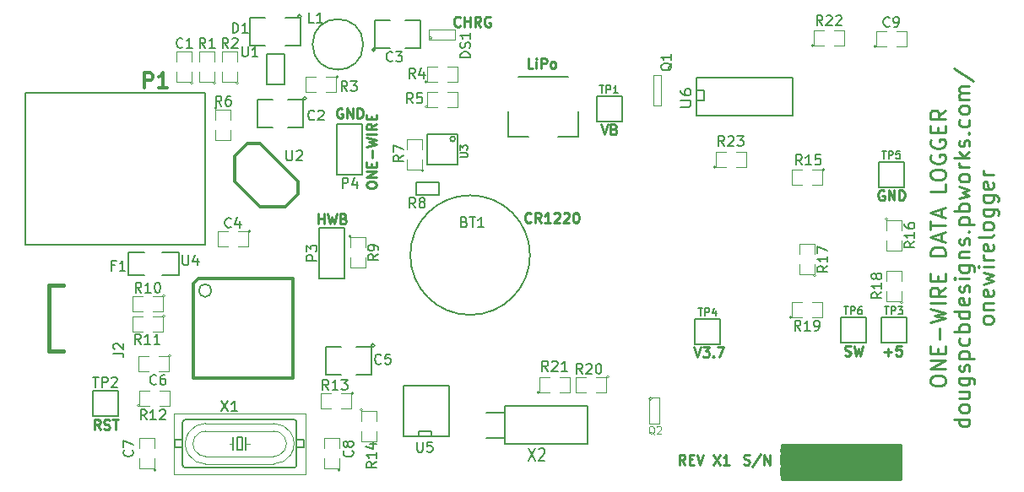
<source format=gto>
G04 (created by PCBNEW (2013-05-31 BZR 4019)-stable) date 7/20/2013 4:15:11 PM*
%MOIN*%
G04 Gerber Fmt 3.4, Leading zero omitted, Abs format*
%FSLAX34Y34*%
G01*
G70*
G90*
G04 APERTURE LIST*
%ADD10C,0.00590551*%
%ADD11C,0.00984252*%
%ADD12C,0.012*%
%ADD13C,0.008*%
%ADD14C,0.0031*%
%ADD15C,0.005*%
%ADD16C,0.0039*%
%ADD17C,0.015*%
%ADD18C,0.006*%
%ADD19C,0.0026*%
%ADD20C,0.002*%
%ADD21C,0.0047*%
%ADD22C,0.025*%
G04 APERTURE END LIST*
G54D10*
G54D11*
X40221Y-18515D02*
X40353Y-18909D01*
X40484Y-18515D01*
X40746Y-18703D02*
X40803Y-18721D01*
X40821Y-18740D01*
X40840Y-18778D01*
X40840Y-18834D01*
X40821Y-18871D01*
X40803Y-18890D01*
X40765Y-18909D01*
X40615Y-18909D01*
X40615Y-18515D01*
X40746Y-18515D01*
X40784Y-18534D01*
X40803Y-18553D01*
X40821Y-18590D01*
X40821Y-18628D01*
X40803Y-18665D01*
X40784Y-18684D01*
X40746Y-18703D01*
X40615Y-18703D01*
X51400Y-21134D02*
X51362Y-21115D01*
X51306Y-21115D01*
X51250Y-21134D01*
X51212Y-21171D01*
X51193Y-21209D01*
X51175Y-21284D01*
X51175Y-21340D01*
X51193Y-21415D01*
X51212Y-21453D01*
X51250Y-21490D01*
X51306Y-21509D01*
X51343Y-21509D01*
X51400Y-21490D01*
X51418Y-21471D01*
X51418Y-21340D01*
X51343Y-21340D01*
X51587Y-21509D02*
X51587Y-21115D01*
X51812Y-21509D01*
X51812Y-21115D01*
X51999Y-21509D02*
X51999Y-21115D01*
X52093Y-21115D01*
X52149Y-21134D01*
X52187Y-21171D01*
X52206Y-21209D01*
X52224Y-21284D01*
X52224Y-21340D01*
X52206Y-21415D01*
X52187Y-21453D01*
X52149Y-21490D01*
X52093Y-21509D01*
X51999Y-21509D01*
X51412Y-27509D02*
X51712Y-27509D01*
X51562Y-27659D02*
X51562Y-27359D01*
X52087Y-27265D02*
X51899Y-27265D01*
X51881Y-27453D01*
X51899Y-27434D01*
X51937Y-27415D01*
X52031Y-27415D01*
X52068Y-27434D01*
X52087Y-27453D01*
X52106Y-27490D01*
X52106Y-27584D01*
X52087Y-27621D01*
X52068Y-27640D01*
X52031Y-27659D01*
X51937Y-27659D01*
X51899Y-27640D01*
X51881Y-27621D01*
X49862Y-27640D02*
X49918Y-27659D01*
X50012Y-27659D01*
X50050Y-27640D01*
X50068Y-27621D01*
X50087Y-27584D01*
X50087Y-27546D01*
X50068Y-27509D01*
X50050Y-27490D01*
X50012Y-27471D01*
X49937Y-27453D01*
X49900Y-27434D01*
X49881Y-27415D01*
X49862Y-27378D01*
X49862Y-27340D01*
X49881Y-27303D01*
X49900Y-27284D01*
X49937Y-27265D01*
X50031Y-27265D01*
X50087Y-27284D01*
X50218Y-27265D02*
X50312Y-27659D01*
X50387Y-27378D01*
X50462Y-27659D01*
X50556Y-27265D01*
X43900Y-27315D02*
X44031Y-27709D01*
X44162Y-27315D01*
X44256Y-27315D02*
X44500Y-27315D01*
X44368Y-27465D01*
X44425Y-27465D01*
X44462Y-27484D01*
X44481Y-27503D01*
X44500Y-27540D01*
X44500Y-27634D01*
X44481Y-27671D01*
X44462Y-27690D01*
X44425Y-27709D01*
X44312Y-27709D01*
X44275Y-27690D01*
X44256Y-27671D01*
X44668Y-27671D02*
X44687Y-27690D01*
X44668Y-27709D01*
X44649Y-27690D01*
X44668Y-27671D01*
X44668Y-27709D01*
X44818Y-27315D02*
X45081Y-27315D01*
X44912Y-27709D01*
X43550Y-31959D02*
X43418Y-31771D01*
X43325Y-31959D02*
X43325Y-31565D01*
X43475Y-31565D01*
X43512Y-31584D01*
X43531Y-31603D01*
X43550Y-31640D01*
X43550Y-31696D01*
X43531Y-31734D01*
X43512Y-31753D01*
X43475Y-31771D01*
X43325Y-31771D01*
X43718Y-31753D02*
X43850Y-31753D01*
X43906Y-31959D02*
X43718Y-31959D01*
X43718Y-31565D01*
X43906Y-31565D01*
X44018Y-31565D02*
X44150Y-31959D01*
X44281Y-31565D01*
X44674Y-31565D02*
X44937Y-31959D01*
X44937Y-31565D02*
X44674Y-31959D01*
X45293Y-31959D02*
X45068Y-31959D01*
X45181Y-31959D02*
X45181Y-31565D01*
X45143Y-31621D01*
X45106Y-31659D01*
X45068Y-31678D01*
X45875Y-31940D02*
X45931Y-31959D01*
X46025Y-31959D01*
X46062Y-31940D01*
X46081Y-31921D01*
X46100Y-31884D01*
X46100Y-31846D01*
X46081Y-31809D01*
X46062Y-31790D01*
X46025Y-31771D01*
X45950Y-31753D01*
X45912Y-31734D01*
X45893Y-31715D01*
X45875Y-31678D01*
X45875Y-31640D01*
X45893Y-31603D01*
X45912Y-31584D01*
X45950Y-31565D01*
X46043Y-31565D01*
X46100Y-31584D01*
X46549Y-31546D02*
X46212Y-32053D01*
X46681Y-31959D02*
X46681Y-31565D01*
X46906Y-31959D01*
X46906Y-31565D01*
X34671Y-14621D02*
X34653Y-14640D01*
X34596Y-14659D01*
X34559Y-14659D01*
X34503Y-14640D01*
X34465Y-14603D01*
X34446Y-14565D01*
X34428Y-14490D01*
X34428Y-14434D01*
X34446Y-14359D01*
X34465Y-14321D01*
X34503Y-14284D01*
X34559Y-14265D01*
X34596Y-14265D01*
X34653Y-14284D01*
X34671Y-14303D01*
X34840Y-14659D02*
X34840Y-14265D01*
X34840Y-14453D02*
X35065Y-14453D01*
X35065Y-14659D02*
X35065Y-14265D01*
X35478Y-14659D02*
X35346Y-14471D01*
X35253Y-14659D02*
X35253Y-14265D01*
X35403Y-14265D01*
X35440Y-14284D01*
X35459Y-14303D01*
X35478Y-14340D01*
X35478Y-14396D01*
X35459Y-14434D01*
X35440Y-14453D01*
X35403Y-14471D01*
X35253Y-14471D01*
X35853Y-14284D02*
X35815Y-14265D01*
X35759Y-14265D01*
X35703Y-14284D01*
X35665Y-14321D01*
X35646Y-14359D01*
X35628Y-14434D01*
X35628Y-14490D01*
X35646Y-14565D01*
X35665Y-14603D01*
X35703Y-14640D01*
X35759Y-14659D01*
X35796Y-14659D01*
X35853Y-14640D01*
X35871Y-14621D01*
X35871Y-14490D01*
X35796Y-14490D01*
X20453Y-30572D02*
X20322Y-30385D01*
X20228Y-30572D02*
X20228Y-30179D01*
X20378Y-30179D01*
X20416Y-30197D01*
X20434Y-30216D01*
X20453Y-30254D01*
X20453Y-30310D01*
X20434Y-30347D01*
X20416Y-30366D01*
X20378Y-30385D01*
X20228Y-30385D01*
X20603Y-30553D02*
X20659Y-30572D01*
X20753Y-30572D01*
X20791Y-30553D01*
X20809Y-30535D01*
X20828Y-30497D01*
X20828Y-30460D01*
X20809Y-30422D01*
X20791Y-30404D01*
X20753Y-30385D01*
X20678Y-30366D01*
X20641Y-30347D01*
X20622Y-30329D01*
X20603Y-30291D01*
X20603Y-30254D01*
X20622Y-30216D01*
X20641Y-30197D01*
X20678Y-30179D01*
X20772Y-30179D01*
X20828Y-30197D01*
X20941Y-30179D02*
X21166Y-30179D01*
X21053Y-30572D02*
X21053Y-30179D01*
X37546Y-16301D02*
X37359Y-16301D01*
X37359Y-15907D01*
X37678Y-16301D02*
X37678Y-16038D01*
X37678Y-15907D02*
X37659Y-15926D01*
X37678Y-15944D01*
X37696Y-15926D01*
X37678Y-15907D01*
X37678Y-15944D01*
X37865Y-16301D02*
X37865Y-15907D01*
X38015Y-15907D01*
X38053Y-15926D01*
X38071Y-15944D01*
X38090Y-15982D01*
X38090Y-16038D01*
X38071Y-16076D01*
X38053Y-16094D01*
X38015Y-16113D01*
X37865Y-16113D01*
X38315Y-16301D02*
X38278Y-16282D01*
X38259Y-16263D01*
X38240Y-16226D01*
X38240Y-16113D01*
X38259Y-16076D01*
X38278Y-16057D01*
X38315Y-16038D01*
X38371Y-16038D01*
X38409Y-16057D01*
X38428Y-16076D01*
X38446Y-16113D01*
X38446Y-16226D01*
X38428Y-16263D01*
X38409Y-16282D01*
X38371Y-16301D01*
X38315Y-16301D01*
X37462Y-22365D02*
X37443Y-22384D01*
X37387Y-22403D01*
X37350Y-22403D01*
X37293Y-22384D01*
X37256Y-22347D01*
X37237Y-22309D01*
X37218Y-22234D01*
X37218Y-22178D01*
X37237Y-22103D01*
X37256Y-22065D01*
X37293Y-22028D01*
X37350Y-22009D01*
X37387Y-22009D01*
X37443Y-22028D01*
X37462Y-22047D01*
X37856Y-22403D02*
X37724Y-22215D01*
X37631Y-22403D02*
X37631Y-22009D01*
X37781Y-22009D01*
X37818Y-22028D01*
X37837Y-22047D01*
X37856Y-22084D01*
X37856Y-22140D01*
X37837Y-22178D01*
X37818Y-22197D01*
X37781Y-22215D01*
X37631Y-22215D01*
X38231Y-22403D02*
X38006Y-22403D01*
X38118Y-22403D02*
X38118Y-22009D01*
X38081Y-22065D01*
X38043Y-22103D01*
X38006Y-22122D01*
X38381Y-22047D02*
X38399Y-22028D01*
X38437Y-22009D01*
X38531Y-22009D01*
X38568Y-22028D01*
X38587Y-22047D01*
X38606Y-22084D01*
X38606Y-22122D01*
X38587Y-22178D01*
X38362Y-22403D01*
X38606Y-22403D01*
X38756Y-22047D02*
X38774Y-22028D01*
X38812Y-22009D01*
X38906Y-22009D01*
X38943Y-22028D01*
X38962Y-22047D01*
X38981Y-22084D01*
X38981Y-22122D01*
X38962Y-22178D01*
X38737Y-22403D01*
X38981Y-22403D01*
X39224Y-22009D02*
X39262Y-22009D01*
X39299Y-22028D01*
X39318Y-22047D01*
X39337Y-22084D01*
X39356Y-22159D01*
X39356Y-22253D01*
X39337Y-22328D01*
X39318Y-22365D01*
X39299Y-22384D01*
X39262Y-22403D01*
X39224Y-22403D01*
X39187Y-22384D01*
X39168Y-22365D01*
X39149Y-22328D01*
X39131Y-22253D01*
X39131Y-22159D01*
X39149Y-22084D01*
X39168Y-22047D01*
X39187Y-22028D01*
X39224Y-22009D01*
X30966Y-20945D02*
X30966Y-20870D01*
X30985Y-20833D01*
X31022Y-20795D01*
X31097Y-20777D01*
X31228Y-20777D01*
X31303Y-20795D01*
X31341Y-20833D01*
X31360Y-20870D01*
X31360Y-20945D01*
X31341Y-20983D01*
X31303Y-21020D01*
X31228Y-21039D01*
X31097Y-21039D01*
X31022Y-21020D01*
X30985Y-20983D01*
X30966Y-20945D01*
X31360Y-20608D02*
X30966Y-20608D01*
X31360Y-20383D01*
X30966Y-20383D01*
X31153Y-20195D02*
X31153Y-20064D01*
X31360Y-20008D02*
X31360Y-20195D01*
X30966Y-20195D01*
X30966Y-20008D01*
X31210Y-19839D02*
X31210Y-19539D01*
X30966Y-19389D02*
X31360Y-19296D01*
X31078Y-19221D01*
X31360Y-19146D01*
X30966Y-19052D01*
X31360Y-18902D02*
X30966Y-18902D01*
X31360Y-18489D02*
X31172Y-18621D01*
X31360Y-18714D02*
X30966Y-18714D01*
X30966Y-18564D01*
X30985Y-18527D01*
X31003Y-18508D01*
X31041Y-18489D01*
X31097Y-18489D01*
X31135Y-18508D01*
X31153Y-18527D01*
X31172Y-18564D01*
X31172Y-18714D01*
X31153Y-18321D02*
X31153Y-18189D01*
X31360Y-18133D02*
X31360Y-18321D01*
X30966Y-18321D01*
X30966Y-18133D01*
X30014Y-17894D02*
X29977Y-17875D01*
X29921Y-17875D01*
X29865Y-17894D01*
X29827Y-17932D01*
X29808Y-17969D01*
X29790Y-18044D01*
X29790Y-18100D01*
X29808Y-18175D01*
X29827Y-18213D01*
X29865Y-18250D01*
X29921Y-18269D01*
X29958Y-18269D01*
X30014Y-18250D01*
X30033Y-18232D01*
X30033Y-18100D01*
X29958Y-18100D01*
X30202Y-18269D02*
X30202Y-17875D01*
X30427Y-18269D01*
X30427Y-17875D01*
X30614Y-18269D02*
X30614Y-17875D01*
X30708Y-17875D01*
X30764Y-17894D01*
X30802Y-17932D01*
X30821Y-17969D01*
X30839Y-18044D01*
X30839Y-18100D01*
X30821Y-18175D01*
X30802Y-18213D01*
X30764Y-18250D01*
X30708Y-18269D01*
X30614Y-18269D01*
X53242Y-28699D02*
X53242Y-28585D01*
X53271Y-28528D01*
X53328Y-28471D01*
X53442Y-28442D01*
X53642Y-28442D01*
X53757Y-28471D01*
X53814Y-28528D01*
X53842Y-28585D01*
X53842Y-28699D01*
X53814Y-28757D01*
X53757Y-28814D01*
X53642Y-28842D01*
X53442Y-28842D01*
X53328Y-28814D01*
X53271Y-28757D01*
X53242Y-28699D01*
X53842Y-28185D02*
X53242Y-28185D01*
X53842Y-27842D01*
X53242Y-27842D01*
X53528Y-27557D02*
X53528Y-27357D01*
X53842Y-27271D02*
X53842Y-27557D01*
X53242Y-27557D01*
X53242Y-27271D01*
X53614Y-27014D02*
X53614Y-26557D01*
X53242Y-26328D02*
X53842Y-26185D01*
X53414Y-26071D01*
X53842Y-25957D01*
X53242Y-25814D01*
X53842Y-25585D02*
X53242Y-25585D01*
X53842Y-24957D02*
X53557Y-25157D01*
X53842Y-25300D02*
X53242Y-25300D01*
X53242Y-25071D01*
X53271Y-25014D01*
X53300Y-24985D01*
X53357Y-24957D01*
X53442Y-24957D01*
X53500Y-24985D01*
X53528Y-25014D01*
X53557Y-25071D01*
X53557Y-25300D01*
X53528Y-24700D02*
X53528Y-24500D01*
X53842Y-24414D02*
X53842Y-24700D01*
X53242Y-24700D01*
X53242Y-24414D01*
X53842Y-23700D02*
X53242Y-23700D01*
X53242Y-23557D01*
X53271Y-23471D01*
X53328Y-23414D01*
X53385Y-23385D01*
X53500Y-23357D01*
X53585Y-23357D01*
X53700Y-23385D01*
X53757Y-23414D01*
X53814Y-23471D01*
X53842Y-23557D01*
X53842Y-23700D01*
X53671Y-23128D02*
X53671Y-22842D01*
X53842Y-23185D02*
X53242Y-22985D01*
X53842Y-22785D01*
X53242Y-22671D02*
X53242Y-22328D01*
X53842Y-22500D02*
X53242Y-22500D01*
X53671Y-22157D02*
X53671Y-21871D01*
X53842Y-22214D02*
X53242Y-22014D01*
X53842Y-21814D01*
X53842Y-20871D02*
X53842Y-21157D01*
X53242Y-21157D01*
X53242Y-20557D02*
X53242Y-20442D01*
X53271Y-20385D01*
X53328Y-20328D01*
X53442Y-20300D01*
X53642Y-20300D01*
X53757Y-20328D01*
X53814Y-20385D01*
X53842Y-20442D01*
X53842Y-20557D01*
X53814Y-20614D01*
X53757Y-20671D01*
X53642Y-20700D01*
X53442Y-20700D01*
X53328Y-20671D01*
X53271Y-20614D01*
X53242Y-20557D01*
X53271Y-19728D02*
X53242Y-19785D01*
X53242Y-19871D01*
X53271Y-19957D01*
X53328Y-20014D01*
X53385Y-20042D01*
X53500Y-20071D01*
X53585Y-20071D01*
X53700Y-20042D01*
X53757Y-20014D01*
X53814Y-19957D01*
X53842Y-19871D01*
X53842Y-19814D01*
X53814Y-19728D01*
X53785Y-19700D01*
X53585Y-19700D01*
X53585Y-19814D01*
X53271Y-19128D02*
X53242Y-19185D01*
X53242Y-19271D01*
X53271Y-19357D01*
X53328Y-19414D01*
X53385Y-19442D01*
X53500Y-19471D01*
X53585Y-19471D01*
X53700Y-19442D01*
X53757Y-19414D01*
X53814Y-19357D01*
X53842Y-19271D01*
X53842Y-19214D01*
X53814Y-19128D01*
X53785Y-19100D01*
X53585Y-19100D01*
X53585Y-19214D01*
X53528Y-18842D02*
X53528Y-18642D01*
X53842Y-18557D02*
X53842Y-18842D01*
X53242Y-18842D01*
X53242Y-18557D01*
X53842Y-17957D02*
X53557Y-18157D01*
X53842Y-18300D02*
X53242Y-18300D01*
X53242Y-18071D01*
X53271Y-18014D01*
X53300Y-17985D01*
X53357Y-17957D01*
X53442Y-17957D01*
X53500Y-17985D01*
X53528Y-18014D01*
X53557Y-18071D01*
X53557Y-18300D01*
X54781Y-30157D02*
X54181Y-30157D01*
X54752Y-30157D02*
X54781Y-30214D01*
X54781Y-30328D01*
X54752Y-30385D01*
X54724Y-30414D01*
X54666Y-30442D01*
X54495Y-30442D01*
X54438Y-30414D01*
X54409Y-30385D01*
X54381Y-30328D01*
X54381Y-30214D01*
X54409Y-30157D01*
X54781Y-29785D02*
X54752Y-29842D01*
X54724Y-29871D01*
X54666Y-29899D01*
X54495Y-29899D01*
X54438Y-29871D01*
X54409Y-29842D01*
X54381Y-29785D01*
X54381Y-29699D01*
X54409Y-29642D01*
X54438Y-29614D01*
X54495Y-29585D01*
X54666Y-29585D01*
X54724Y-29614D01*
X54752Y-29642D01*
X54781Y-29699D01*
X54781Y-29785D01*
X54381Y-29071D02*
X54781Y-29071D01*
X54381Y-29328D02*
X54695Y-29328D01*
X54752Y-29299D01*
X54781Y-29242D01*
X54781Y-29157D01*
X54752Y-29099D01*
X54724Y-29071D01*
X54381Y-28528D02*
X54866Y-28528D01*
X54924Y-28557D01*
X54952Y-28585D01*
X54981Y-28642D01*
X54981Y-28728D01*
X54952Y-28785D01*
X54752Y-28528D02*
X54781Y-28585D01*
X54781Y-28699D01*
X54752Y-28757D01*
X54724Y-28785D01*
X54666Y-28814D01*
X54495Y-28814D01*
X54438Y-28785D01*
X54409Y-28757D01*
X54381Y-28699D01*
X54381Y-28585D01*
X54409Y-28528D01*
X54752Y-28271D02*
X54781Y-28214D01*
X54781Y-28099D01*
X54752Y-28042D01*
X54695Y-28014D01*
X54666Y-28014D01*
X54609Y-28042D01*
X54581Y-28099D01*
X54581Y-28185D01*
X54552Y-28242D01*
X54495Y-28271D01*
X54466Y-28271D01*
X54409Y-28242D01*
X54381Y-28185D01*
X54381Y-28099D01*
X54409Y-28042D01*
X54381Y-27757D02*
X54981Y-27757D01*
X54409Y-27757D02*
X54381Y-27699D01*
X54381Y-27585D01*
X54409Y-27528D01*
X54438Y-27499D01*
X54495Y-27471D01*
X54666Y-27471D01*
X54724Y-27499D01*
X54752Y-27528D01*
X54781Y-27585D01*
X54781Y-27699D01*
X54752Y-27757D01*
X54752Y-26957D02*
X54781Y-27014D01*
X54781Y-27128D01*
X54752Y-27185D01*
X54724Y-27214D01*
X54666Y-27242D01*
X54495Y-27242D01*
X54438Y-27214D01*
X54409Y-27185D01*
X54381Y-27128D01*
X54381Y-27014D01*
X54409Y-26957D01*
X54781Y-26699D02*
X54181Y-26699D01*
X54409Y-26699D02*
X54381Y-26642D01*
X54381Y-26528D01*
X54409Y-26471D01*
X54438Y-26442D01*
X54495Y-26414D01*
X54666Y-26414D01*
X54724Y-26442D01*
X54752Y-26471D01*
X54781Y-26528D01*
X54781Y-26642D01*
X54752Y-26699D01*
X54781Y-25899D02*
X54181Y-25899D01*
X54752Y-25899D02*
X54781Y-25957D01*
X54781Y-26071D01*
X54752Y-26128D01*
X54724Y-26157D01*
X54666Y-26185D01*
X54495Y-26185D01*
X54438Y-26157D01*
X54409Y-26128D01*
X54381Y-26071D01*
X54381Y-25957D01*
X54409Y-25899D01*
X54752Y-25385D02*
X54781Y-25442D01*
X54781Y-25557D01*
X54752Y-25614D01*
X54695Y-25642D01*
X54466Y-25642D01*
X54409Y-25614D01*
X54381Y-25557D01*
X54381Y-25442D01*
X54409Y-25385D01*
X54466Y-25357D01*
X54524Y-25357D01*
X54581Y-25642D01*
X54752Y-25128D02*
X54781Y-25071D01*
X54781Y-24957D01*
X54752Y-24899D01*
X54695Y-24871D01*
X54666Y-24871D01*
X54609Y-24899D01*
X54581Y-24957D01*
X54581Y-25042D01*
X54552Y-25099D01*
X54495Y-25128D01*
X54466Y-25128D01*
X54409Y-25099D01*
X54381Y-25042D01*
X54381Y-24957D01*
X54409Y-24899D01*
X54781Y-24614D02*
X54381Y-24614D01*
X54181Y-24614D02*
X54209Y-24642D01*
X54238Y-24614D01*
X54209Y-24585D01*
X54181Y-24614D01*
X54238Y-24614D01*
X54381Y-24071D02*
X54866Y-24071D01*
X54924Y-24099D01*
X54952Y-24128D01*
X54981Y-24185D01*
X54981Y-24271D01*
X54952Y-24328D01*
X54752Y-24071D02*
X54781Y-24128D01*
X54781Y-24242D01*
X54752Y-24299D01*
X54724Y-24328D01*
X54666Y-24357D01*
X54495Y-24357D01*
X54438Y-24328D01*
X54409Y-24299D01*
X54381Y-24242D01*
X54381Y-24128D01*
X54409Y-24071D01*
X54381Y-23785D02*
X54781Y-23785D01*
X54438Y-23785D02*
X54409Y-23757D01*
X54381Y-23700D01*
X54381Y-23614D01*
X54409Y-23557D01*
X54466Y-23528D01*
X54781Y-23528D01*
X54752Y-23271D02*
X54781Y-23214D01*
X54781Y-23100D01*
X54752Y-23042D01*
X54695Y-23014D01*
X54666Y-23014D01*
X54609Y-23042D01*
X54581Y-23100D01*
X54581Y-23185D01*
X54552Y-23242D01*
X54495Y-23271D01*
X54466Y-23271D01*
X54409Y-23242D01*
X54381Y-23185D01*
X54381Y-23100D01*
X54409Y-23042D01*
X54724Y-22757D02*
X54752Y-22728D01*
X54781Y-22757D01*
X54752Y-22785D01*
X54724Y-22757D01*
X54781Y-22757D01*
X54381Y-22471D02*
X54981Y-22471D01*
X54409Y-22471D02*
X54381Y-22414D01*
X54381Y-22300D01*
X54409Y-22242D01*
X54438Y-22214D01*
X54495Y-22185D01*
X54666Y-22185D01*
X54724Y-22214D01*
X54752Y-22242D01*
X54781Y-22300D01*
X54781Y-22414D01*
X54752Y-22471D01*
X54781Y-21928D02*
X54181Y-21928D01*
X54409Y-21928D02*
X54381Y-21871D01*
X54381Y-21757D01*
X54409Y-21700D01*
X54438Y-21671D01*
X54495Y-21642D01*
X54666Y-21642D01*
X54724Y-21671D01*
X54752Y-21700D01*
X54781Y-21757D01*
X54781Y-21871D01*
X54752Y-21928D01*
X54381Y-21442D02*
X54781Y-21328D01*
X54495Y-21214D01*
X54781Y-21100D01*
X54381Y-20985D01*
X54781Y-20671D02*
X54752Y-20728D01*
X54724Y-20757D01*
X54666Y-20785D01*
X54495Y-20785D01*
X54438Y-20757D01*
X54409Y-20728D01*
X54381Y-20671D01*
X54381Y-20585D01*
X54409Y-20528D01*
X54438Y-20500D01*
X54495Y-20471D01*
X54666Y-20471D01*
X54724Y-20500D01*
X54752Y-20528D01*
X54781Y-20585D01*
X54781Y-20671D01*
X54781Y-20214D02*
X54381Y-20214D01*
X54495Y-20214D02*
X54438Y-20185D01*
X54409Y-20157D01*
X54381Y-20100D01*
X54381Y-20042D01*
X54781Y-19842D02*
X54181Y-19842D01*
X54552Y-19785D02*
X54781Y-19614D01*
X54381Y-19614D02*
X54609Y-19842D01*
X54752Y-19385D02*
X54781Y-19328D01*
X54781Y-19214D01*
X54752Y-19157D01*
X54695Y-19128D01*
X54666Y-19128D01*
X54609Y-19157D01*
X54581Y-19214D01*
X54581Y-19300D01*
X54552Y-19357D01*
X54495Y-19385D01*
X54466Y-19385D01*
X54409Y-19357D01*
X54381Y-19300D01*
X54381Y-19214D01*
X54409Y-19157D01*
X54724Y-18871D02*
X54752Y-18842D01*
X54781Y-18871D01*
X54752Y-18900D01*
X54724Y-18871D01*
X54781Y-18871D01*
X54752Y-18328D02*
X54781Y-18385D01*
X54781Y-18500D01*
X54752Y-18557D01*
X54724Y-18585D01*
X54666Y-18614D01*
X54495Y-18614D01*
X54438Y-18585D01*
X54409Y-18557D01*
X54381Y-18500D01*
X54381Y-18385D01*
X54409Y-18328D01*
X54781Y-17985D02*
X54752Y-18042D01*
X54724Y-18071D01*
X54666Y-18100D01*
X54495Y-18100D01*
X54438Y-18071D01*
X54409Y-18042D01*
X54381Y-17985D01*
X54381Y-17900D01*
X54409Y-17842D01*
X54438Y-17814D01*
X54495Y-17785D01*
X54666Y-17785D01*
X54724Y-17814D01*
X54752Y-17842D01*
X54781Y-17900D01*
X54781Y-17985D01*
X54781Y-17528D02*
X54381Y-17528D01*
X54438Y-17528D02*
X54409Y-17500D01*
X54381Y-17442D01*
X54381Y-17357D01*
X54409Y-17300D01*
X54466Y-17271D01*
X54781Y-17271D01*
X54466Y-17271D02*
X54409Y-17242D01*
X54381Y-17185D01*
X54381Y-17100D01*
X54409Y-17042D01*
X54466Y-17014D01*
X54781Y-17014D01*
X54152Y-16300D02*
X54924Y-16814D01*
X55719Y-26285D02*
X55691Y-26342D01*
X55662Y-26371D01*
X55605Y-26400D01*
X55433Y-26400D01*
X55376Y-26371D01*
X55348Y-26342D01*
X55319Y-26285D01*
X55319Y-26200D01*
X55348Y-26142D01*
X55376Y-26114D01*
X55433Y-26085D01*
X55605Y-26085D01*
X55662Y-26114D01*
X55691Y-26142D01*
X55719Y-26200D01*
X55719Y-26285D01*
X55319Y-25828D02*
X55719Y-25828D01*
X55376Y-25828D02*
X55348Y-25800D01*
X55319Y-25742D01*
X55319Y-25657D01*
X55348Y-25600D01*
X55405Y-25571D01*
X55719Y-25571D01*
X55691Y-25057D02*
X55719Y-25114D01*
X55719Y-25228D01*
X55691Y-25285D01*
X55633Y-25314D01*
X55405Y-25314D01*
X55348Y-25285D01*
X55319Y-25228D01*
X55319Y-25114D01*
X55348Y-25057D01*
X55405Y-25028D01*
X55462Y-25028D01*
X55519Y-25314D01*
X55319Y-24828D02*
X55719Y-24714D01*
X55433Y-24600D01*
X55719Y-24485D01*
X55319Y-24371D01*
X55719Y-24142D02*
X55319Y-24142D01*
X55119Y-24142D02*
X55148Y-24171D01*
X55176Y-24142D01*
X55148Y-24114D01*
X55119Y-24142D01*
X55176Y-24142D01*
X55719Y-23857D02*
X55319Y-23857D01*
X55433Y-23857D02*
X55376Y-23828D01*
X55348Y-23800D01*
X55319Y-23742D01*
X55319Y-23685D01*
X55691Y-23257D02*
X55719Y-23314D01*
X55719Y-23428D01*
X55691Y-23485D01*
X55633Y-23514D01*
X55405Y-23514D01*
X55348Y-23485D01*
X55319Y-23428D01*
X55319Y-23314D01*
X55348Y-23257D01*
X55405Y-23228D01*
X55462Y-23228D01*
X55519Y-23514D01*
X55719Y-22885D02*
X55691Y-22942D01*
X55633Y-22971D01*
X55119Y-22971D01*
X55719Y-22571D02*
X55691Y-22628D01*
X55662Y-22657D01*
X55605Y-22685D01*
X55433Y-22685D01*
X55376Y-22657D01*
X55348Y-22628D01*
X55319Y-22571D01*
X55319Y-22485D01*
X55348Y-22428D01*
X55376Y-22400D01*
X55433Y-22371D01*
X55605Y-22371D01*
X55662Y-22400D01*
X55691Y-22428D01*
X55719Y-22485D01*
X55719Y-22571D01*
X55319Y-21857D02*
X55805Y-21857D01*
X55862Y-21885D01*
X55891Y-21914D01*
X55919Y-21971D01*
X55919Y-22057D01*
X55891Y-22114D01*
X55691Y-21857D02*
X55719Y-21914D01*
X55719Y-22028D01*
X55691Y-22085D01*
X55662Y-22114D01*
X55605Y-22142D01*
X55433Y-22142D01*
X55376Y-22114D01*
X55348Y-22085D01*
X55319Y-22028D01*
X55319Y-21914D01*
X55348Y-21857D01*
X55319Y-21314D02*
X55805Y-21314D01*
X55862Y-21342D01*
X55891Y-21371D01*
X55919Y-21428D01*
X55919Y-21514D01*
X55891Y-21571D01*
X55691Y-21314D02*
X55719Y-21371D01*
X55719Y-21485D01*
X55691Y-21542D01*
X55662Y-21571D01*
X55605Y-21600D01*
X55433Y-21600D01*
X55376Y-21571D01*
X55348Y-21542D01*
X55319Y-21485D01*
X55319Y-21371D01*
X55348Y-21314D01*
X55691Y-20800D02*
X55719Y-20857D01*
X55719Y-20971D01*
X55691Y-21028D01*
X55633Y-21057D01*
X55405Y-21057D01*
X55348Y-21028D01*
X55319Y-20971D01*
X55319Y-20857D01*
X55348Y-20800D01*
X55405Y-20771D01*
X55462Y-20771D01*
X55519Y-21057D01*
X55719Y-20514D02*
X55319Y-20514D01*
X55433Y-20514D02*
X55376Y-20485D01*
X55348Y-20457D01*
X55319Y-20400D01*
X55319Y-20342D01*
X29071Y-22442D02*
X29071Y-22049D01*
X29071Y-22236D02*
X29296Y-22236D01*
X29296Y-22442D02*
X29296Y-22049D01*
X29446Y-22049D02*
X29540Y-22442D01*
X29615Y-22161D01*
X29690Y-22442D01*
X29784Y-22049D01*
X30065Y-22236D02*
X30121Y-22255D01*
X30140Y-22274D01*
X30159Y-22311D01*
X30159Y-22367D01*
X30140Y-22405D01*
X30121Y-22424D01*
X30084Y-22442D01*
X29934Y-22442D01*
X29934Y-22049D01*
X30065Y-22049D01*
X30103Y-22067D01*
X30121Y-22086D01*
X30140Y-22124D01*
X30140Y-22161D01*
X30121Y-22199D01*
X30103Y-22217D01*
X30065Y-22236D01*
X29934Y-22236D01*
G54D12*
X28070Y-24609D02*
X28070Y-28549D01*
X28070Y-28549D02*
X24130Y-28549D01*
X24130Y-24799D02*
X24130Y-28549D01*
X24320Y-24609D02*
X28070Y-24609D01*
X24130Y-24799D02*
X24320Y-24609D01*
G54D13*
X24850Y-25079D02*
G75*
G03X24850Y-25079I-250J0D01*
G74*
G01*
G54D14*
X33574Y-15103D02*
G75*
G03X33574Y-15103I-62J0D01*
G74*
G01*
X34474Y-14765D02*
X34474Y-15165D01*
X33449Y-14765D02*
X33449Y-15165D01*
X34474Y-15165D02*
X33449Y-15165D01*
X33449Y-14765D02*
X34474Y-14765D01*
G54D15*
X31300Y-27242D02*
G75*
G03X31300Y-27242I-70J0D01*
G74*
G01*
X30579Y-28392D02*
X31179Y-28392D01*
X31179Y-28392D02*
X31179Y-27292D01*
X31179Y-27292D02*
X30579Y-27292D01*
X29979Y-27292D02*
X29379Y-27292D01*
X29379Y-27292D02*
X29379Y-28392D01*
X29379Y-28392D02*
X29979Y-28392D01*
X31323Y-15565D02*
G75*
G03X31323Y-15565I-70J0D01*
G74*
G01*
X31903Y-14415D02*
X31303Y-14415D01*
X31303Y-14415D02*
X31303Y-15515D01*
X31303Y-15515D02*
X31903Y-15515D01*
X32503Y-15515D02*
X33103Y-15515D01*
X33103Y-15515D02*
X33103Y-14415D01*
X33103Y-14415D02*
X32503Y-14415D01*
X28600Y-17492D02*
G75*
G03X28600Y-17492I-70J0D01*
G74*
G01*
X27879Y-18642D02*
X28479Y-18642D01*
X28479Y-18642D02*
X28479Y-17542D01*
X28479Y-17542D02*
X27879Y-17542D01*
X27279Y-17542D02*
X26679Y-17542D01*
X26679Y-17542D02*
X26679Y-18642D01*
X26679Y-18642D02*
X27279Y-18642D01*
X23557Y-24470D02*
X23557Y-23570D01*
X23557Y-23570D02*
X22907Y-23570D01*
X22207Y-24470D02*
X21557Y-24470D01*
X21557Y-24470D02*
X21557Y-23570D01*
X21557Y-23570D02*
X22207Y-23570D01*
X22907Y-24470D02*
X23557Y-24470D01*
G54D16*
X24129Y-16892D02*
G75*
G03X24129Y-16892I-50J0D01*
G74*
G01*
X24079Y-16442D02*
X24079Y-16842D01*
X24079Y-16842D02*
X23479Y-16842D01*
X23479Y-16842D02*
X23479Y-16442D01*
X23479Y-16042D02*
X23479Y-15642D01*
X23479Y-15642D02*
X24079Y-15642D01*
X24079Y-15642D02*
X24079Y-16042D01*
X22014Y-29630D02*
G75*
G03X22014Y-29630I-50J0D01*
G74*
G01*
X22414Y-29630D02*
X22014Y-29630D01*
X22014Y-29630D02*
X22014Y-29030D01*
X22014Y-29030D02*
X22414Y-29030D01*
X22814Y-29030D02*
X23214Y-29030D01*
X23214Y-29030D02*
X23214Y-29630D01*
X23214Y-29630D02*
X22814Y-29630D01*
X26407Y-22736D02*
G75*
G03X26407Y-22736I-50J0D01*
G74*
G01*
X25907Y-22736D02*
X26307Y-22736D01*
X26307Y-22736D02*
X26307Y-23336D01*
X26307Y-23336D02*
X25907Y-23336D01*
X25507Y-23336D02*
X25107Y-23336D01*
X25107Y-23336D02*
X25107Y-22736D01*
X25107Y-22736D02*
X25507Y-22736D01*
X23029Y-25292D02*
G75*
G03X23029Y-25292I-50J0D01*
G74*
G01*
X22529Y-25292D02*
X22929Y-25292D01*
X22929Y-25292D02*
X22929Y-25892D01*
X22929Y-25892D02*
X22529Y-25892D01*
X22129Y-25892D02*
X21729Y-25892D01*
X21729Y-25892D02*
X21729Y-25292D01*
X21729Y-25292D02*
X22129Y-25292D01*
X23029Y-26092D02*
G75*
G03X23029Y-26092I-50J0D01*
G74*
G01*
X22529Y-26092D02*
X22929Y-26092D01*
X22929Y-26092D02*
X22929Y-26692D01*
X22929Y-26692D02*
X22529Y-26692D01*
X22129Y-26692D02*
X21729Y-26692D01*
X21729Y-26692D02*
X21729Y-26092D01*
X21729Y-26092D02*
X22129Y-26092D01*
X23257Y-27657D02*
G75*
G03X23257Y-27657I-50J0D01*
G74*
G01*
X22757Y-27657D02*
X23157Y-27657D01*
X23157Y-27657D02*
X23157Y-28257D01*
X23157Y-28257D02*
X22757Y-28257D01*
X22357Y-28257D02*
X21957Y-28257D01*
X21957Y-28257D02*
X21957Y-27657D01*
X21957Y-27657D02*
X22357Y-27657D01*
X25929Y-16892D02*
G75*
G03X25929Y-16892I-50J0D01*
G74*
G01*
X25879Y-16442D02*
X25879Y-16842D01*
X25879Y-16842D02*
X25279Y-16842D01*
X25279Y-16842D02*
X25279Y-16442D01*
X25279Y-16042D02*
X25279Y-15642D01*
X25279Y-15642D02*
X25879Y-15642D01*
X25879Y-15642D02*
X25879Y-16042D01*
X25029Y-16892D02*
G75*
G03X25029Y-16892I-50J0D01*
G74*
G01*
X24979Y-16442D02*
X24979Y-16842D01*
X24979Y-16842D02*
X24379Y-16842D01*
X24379Y-16842D02*
X24379Y-16442D01*
X24379Y-16042D02*
X24379Y-15642D01*
X24379Y-15642D02*
X24979Y-15642D01*
X24979Y-15642D02*
X24979Y-16042D01*
X29879Y-16642D02*
G75*
G03X29879Y-16642I-50J0D01*
G74*
G01*
X29379Y-16642D02*
X29779Y-16642D01*
X29779Y-16642D02*
X29779Y-17242D01*
X29779Y-17242D02*
X29379Y-17242D01*
X28979Y-17242D02*
X28579Y-17242D01*
X28579Y-17242D02*
X28579Y-16642D01*
X28579Y-16642D02*
X28979Y-16642D01*
G54D13*
X34474Y-19092D02*
G75*
G03X34474Y-19092I-100J0D01*
G74*
G01*
X33374Y-18892D02*
X34574Y-18892D01*
X34574Y-18892D02*
X34574Y-20092D01*
X34574Y-20092D02*
X33374Y-20092D01*
X33374Y-20092D02*
X33374Y-18892D01*
G54D17*
X18423Y-24886D02*
X19014Y-24886D01*
X18423Y-27484D02*
X19014Y-27484D01*
X18423Y-24886D02*
X18423Y-27484D01*
G54D15*
X28400Y-14242D02*
G75*
G03X28400Y-14242I-70J0D01*
G74*
G01*
X27779Y-15392D02*
X28379Y-15392D01*
X28379Y-15392D02*
X28379Y-14292D01*
X28379Y-14292D02*
X27779Y-14292D01*
X26979Y-14292D02*
X26379Y-14292D01*
X26379Y-14292D02*
X26379Y-15392D01*
X26379Y-15392D02*
X26979Y-15392D01*
X27729Y-16942D02*
X27029Y-16942D01*
X27029Y-16942D02*
X27029Y-15742D01*
X27029Y-15742D02*
X27729Y-15742D01*
X27729Y-15742D02*
X27729Y-16942D01*
G54D10*
X30840Y-15358D02*
G75*
G03X30840Y-15358I-1000J0D01*
G74*
G01*
G54D16*
X33374Y-17824D02*
G75*
G03X33374Y-17824I-50J0D01*
G74*
G01*
X33774Y-17824D02*
X33374Y-17824D01*
X33374Y-17824D02*
X33374Y-17224D01*
X33374Y-17224D02*
X33774Y-17224D01*
X34174Y-17224D02*
X34574Y-17224D01*
X34574Y-17224D02*
X34574Y-17824D01*
X34574Y-17824D02*
X34174Y-17824D01*
X33374Y-16840D02*
G75*
G03X33374Y-16840I-50J0D01*
G74*
G01*
X33774Y-16840D02*
X33374Y-16840D01*
X33374Y-16840D02*
X33374Y-16240D01*
X33374Y-16240D02*
X33774Y-16240D01*
X34174Y-16240D02*
X34574Y-16240D01*
X34574Y-16240D02*
X34574Y-16840D01*
X34574Y-16840D02*
X34174Y-16840D01*
G54D18*
X30099Y-24602D02*
X29099Y-24602D01*
X29099Y-24602D02*
X29099Y-22602D01*
X29099Y-22602D02*
X30099Y-22602D01*
X30099Y-22602D02*
X30099Y-24602D01*
G54D16*
X30369Y-22932D02*
G75*
G03X30369Y-22932I-50J0D01*
G74*
G01*
X30319Y-23382D02*
X30319Y-22982D01*
X30319Y-22982D02*
X30919Y-22982D01*
X30919Y-22982D02*
X30919Y-23382D01*
X30919Y-23782D02*
X30919Y-24182D01*
X30919Y-24182D02*
X30319Y-24182D01*
X30319Y-24182D02*
X30319Y-23782D01*
G54D15*
X32429Y-30842D02*
X32429Y-28842D01*
X32429Y-28842D02*
X34229Y-28842D01*
X34229Y-28842D02*
X34229Y-30842D01*
X34229Y-30842D02*
X32429Y-30842D01*
X33029Y-30842D02*
X33029Y-30642D01*
X33029Y-30642D02*
X33529Y-30642D01*
X33529Y-30642D02*
X33529Y-30842D01*
G54D12*
X28281Y-20780D02*
X26781Y-19280D01*
X26781Y-19280D02*
X26281Y-19280D01*
X26281Y-19280D02*
X25781Y-19780D01*
X25781Y-19780D02*
X25781Y-20780D01*
X25781Y-20780D02*
X26781Y-21780D01*
X26781Y-21780D02*
X27781Y-21780D01*
X27781Y-21780D02*
X28281Y-21280D01*
X28281Y-21280D02*
X28281Y-20780D01*
G54D16*
X30829Y-29792D02*
G75*
G03X30829Y-29792I-50J0D01*
G74*
G01*
X30779Y-30242D02*
X30779Y-29842D01*
X30779Y-29842D02*
X31379Y-29842D01*
X31379Y-29842D02*
X31379Y-30242D01*
X31379Y-30642D02*
X31379Y-31042D01*
X31379Y-31042D02*
X30779Y-31042D01*
X30779Y-31042D02*
X30779Y-30642D01*
X30479Y-29142D02*
G75*
G03X30479Y-29142I-50J0D01*
G74*
G01*
X29979Y-29142D02*
X30379Y-29142D01*
X30379Y-29142D02*
X30379Y-29742D01*
X30379Y-29742D02*
X29979Y-29742D01*
X29579Y-29742D02*
X29179Y-29742D01*
X29179Y-29742D02*
X29179Y-29142D01*
X29179Y-29142D02*
X29579Y-29142D01*
X33229Y-20342D02*
G75*
G03X33229Y-20342I-50J0D01*
G74*
G01*
X33179Y-19892D02*
X33179Y-20292D01*
X33179Y-20292D02*
X32579Y-20292D01*
X32579Y-20292D02*
X32579Y-19892D01*
X32579Y-19492D02*
X32579Y-19092D01*
X32579Y-19092D02*
X33179Y-19092D01*
X33179Y-19092D02*
X33179Y-19492D01*
G54D15*
X33829Y-21292D02*
X32929Y-21292D01*
X32929Y-21292D02*
X32929Y-20792D01*
X32929Y-20792D02*
X33829Y-20792D01*
X33829Y-20792D02*
X33829Y-21292D01*
G54D16*
X25064Y-17880D02*
G75*
G03X25064Y-17880I-50J0D01*
G74*
G01*
X25014Y-18330D02*
X25014Y-17930D01*
X25014Y-17930D02*
X25614Y-17930D01*
X25614Y-17930D02*
X25614Y-18330D01*
X25614Y-18730D02*
X25614Y-19130D01*
X25614Y-19130D02*
X25014Y-19130D01*
X25014Y-19130D02*
X25014Y-18730D01*
X51550Y-22250D02*
G75*
G03X51550Y-22250I-50J0D01*
G74*
G01*
X51500Y-22700D02*
X51500Y-22300D01*
X51500Y-22300D02*
X52100Y-22300D01*
X52100Y-22300D02*
X52100Y-22700D01*
X52100Y-23100D02*
X52100Y-23500D01*
X52100Y-23500D02*
X51500Y-23500D01*
X51500Y-23500D02*
X51500Y-23100D01*
X49064Y-20300D02*
G75*
G03X49064Y-20300I-50J0D01*
G74*
G01*
X48564Y-20300D02*
X48964Y-20300D01*
X48964Y-20300D02*
X48964Y-20900D01*
X48964Y-20900D02*
X48564Y-20900D01*
X48164Y-20900D02*
X47764Y-20900D01*
X47764Y-20900D02*
X47764Y-20300D01*
X47764Y-20300D02*
X48164Y-20300D01*
X48714Y-24500D02*
G75*
G03X48714Y-24500I-50J0D01*
G74*
G01*
X48664Y-24050D02*
X48664Y-24450D01*
X48664Y-24450D02*
X48064Y-24450D01*
X48064Y-24450D02*
X48064Y-24050D01*
X48064Y-23650D02*
X48064Y-23250D01*
X48064Y-23250D02*
X48664Y-23250D01*
X48664Y-23250D02*
X48664Y-23650D01*
X47764Y-26150D02*
G75*
G03X47764Y-26150I-50J0D01*
G74*
G01*
X48164Y-26150D02*
X47764Y-26150D01*
X47764Y-26150D02*
X47764Y-25550D01*
X47764Y-25550D02*
X48164Y-25550D01*
X48564Y-25550D02*
X48964Y-25550D01*
X48964Y-25550D02*
X48964Y-26150D01*
X48964Y-26150D02*
X48564Y-26150D01*
X52150Y-25550D02*
G75*
G03X52150Y-25550I-50J0D01*
G74*
G01*
X52100Y-25100D02*
X52100Y-25500D01*
X52100Y-25500D02*
X51500Y-25500D01*
X51500Y-25500D02*
X51500Y-25100D01*
X51500Y-24700D02*
X51500Y-24300D01*
X51500Y-24300D02*
X52100Y-24300D01*
X52100Y-24300D02*
X52100Y-24700D01*
X29944Y-32170D02*
G75*
G03X29944Y-32170I-50J0D01*
G74*
G01*
X29894Y-31720D02*
X29894Y-32120D01*
X29894Y-32120D02*
X29294Y-32120D01*
X29294Y-32120D02*
X29294Y-31720D01*
X29294Y-31320D02*
X29294Y-30920D01*
X29294Y-30920D02*
X29894Y-30920D01*
X29894Y-30920D02*
X29894Y-31320D01*
X22654Y-32170D02*
G75*
G03X22654Y-32170I-50J0D01*
G74*
G01*
X22604Y-31720D02*
X22604Y-32120D01*
X22604Y-32120D02*
X22004Y-32120D01*
X22004Y-32120D02*
X22004Y-31720D01*
X22004Y-31320D02*
X22004Y-30920D01*
X22004Y-30920D02*
X22604Y-30920D01*
X22604Y-30920D02*
X22604Y-31320D01*
G54D19*
X23364Y-32330D02*
X28564Y-32330D01*
X28564Y-32330D02*
X28564Y-29930D01*
X23364Y-29930D02*
X28564Y-29930D01*
X23364Y-32330D02*
X23364Y-29930D01*
G54D18*
X23714Y-30680D02*
X23714Y-30280D01*
X28214Y-30680D02*
X28214Y-30280D01*
G54D20*
X27314Y-31630D02*
X24614Y-31630D01*
X27314Y-31930D02*
X24614Y-31930D01*
X24614Y-30630D02*
X27314Y-30630D01*
G54D18*
X28114Y-32080D02*
X23814Y-32080D01*
X28214Y-31280D02*
X28514Y-31280D01*
X28214Y-30980D02*
X28514Y-30980D01*
X28514Y-31280D02*
X28514Y-30980D01*
X28214Y-31580D02*
X28214Y-30680D01*
X28214Y-31980D02*
X28214Y-31580D01*
X23414Y-31280D02*
X23414Y-30980D01*
X23714Y-31580D02*
X23714Y-31280D01*
X23714Y-31280D02*
X23714Y-30980D01*
X23714Y-30980D02*
X23714Y-30680D01*
X23714Y-31980D02*
X23714Y-31580D01*
X23714Y-31280D02*
X23414Y-31280D01*
X23714Y-30980D02*
X23414Y-30980D01*
G54D20*
X24614Y-30330D02*
X27314Y-30330D01*
G54D18*
X28114Y-30180D02*
X23814Y-30180D01*
X25864Y-30880D02*
X25864Y-31380D01*
X25864Y-31380D02*
X26064Y-31380D01*
X26064Y-31380D02*
X26064Y-30880D01*
X26064Y-30880D02*
X25864Y-30880D01*
X25714Y-30880D02*
X25714Y-31130D01*
X25714Y-31130D02*
X25714Y-31380D01*
G54D20*
X25714Y-31130D02*
X25564Y-31130D01*
G54D18*
X26214Y-30880D02*
X26214Y-31130D01*
X26214Y-31130D02*
X26214Y-31380D01*
G54D20*
X26214Y-31130D02*
X26364Y-31130D01*
X24613Y-30330D02*
G75*
G03X23953Y-30681I1J-800D01*
G74*
G01*
X27975Y-30680D02*
G75*
G03X27314Y-30330I-660J-450D01*
G74*
G01*
G54D18*
X28114Y-32080D02*
G75*
G03X28214Y-31980I0J100D01*
G74*
G01*
G54D20*
X27313Y-31630D02*
G75*
G03X27530Y-31581I0J499D01*
G74*
G01*
X27531Y-30680D02*
G75*
G03X27314Y-30630I-217J-450D01*
G74*
G01*
X27315Y-31930D02*
G75*
G03X27975Y-31579I-2J799D01*
G74*
G01*
X27533Y-31579D02*
G75*
G03X27530Y-30680I-219J449D01*
G74*
G01*
X27975Y-31580D02*
G75*
G03X27975Y-30681I-661J449D01*
G74*
G01*
X23953Y-31581D02*
G75*
G03X24614Y-31930I660J450D01*
G74*
G01*
X24395Y-30681D02*
G75*
G03X24397Y-31581I219J-449D01*
G74*
G01*
X24396Y-31581D02*
G75*
G03X24614Y-31630I217J450D01*
G74*
G01*
X24615Y-30631D02*
G75*
G03X24397Y-30680I0J-499D01*
G74*
G01*
X23952Y-30681D02*
G75*
G03X23952Y-31580I661J-449D01*
G74*
G01*
G54D18*
X23714Y-31980D02*
G75*
G03X23814Y-32080I100J0D01*
G74*
G01*
X28214Y-30280D02*
G75*
G03X28114Y-30180I-100J0D01*
G74*
G01*
X23814Y-30180D02*
G75*
G03X23714Y-30280I0J-100D01*
G74*
G01*
G54D10*
X37426Y-23680D02*
G75*
G03X37426Y-23680I-2362J0D01*
G74*
G01*
G54D15*
X17488Y-17280D02*
X17488Y-23280D01*
X17488Y-23280D02*
X24588Y-23280D01*
X24588Y-23280D02*
X24588Y-17280D01*
X24588Y-17280D02*
X17488Y-17280D01*
G54D10*
X38545Y-18998D02*
X39332Y-18998D01*
X39332Y-18998D02*
X39332Y-18014D01*
X36576Y-18014D02*
X36576Y-18998D01*
X36576Y-18998D02*
X37363Y-18998D01*
X36970Y-16636D02*
X38938Y-16636D01*
G54D14*
X42247Y-29359D02*
G75*
G03X42247Y-29359I-62J0D01*
G74*
G01*
X42522Y-30322D02*
X42122Y-30322D01*
X42522Y-29297D02*
X42122Y-29297D01*
X42122Y-30322D02*
X42122Y-29297D01*
X42522Y-29297D02*
X42522Y-30322D01*
G54D13*
X43985Y-16681D02*
X47785Y-16681D01*
X47785Y-16681D02*
X47785Y-18181D01*
X47785Y-18181D02*
X43985Y-18181D01*
X43985Y-18181D02*
X43985Y-16681D01*
X43985Y-17181D02*
X44285Y-17181D01*
X44285Y-17181D02*
X44285Y-17581D01*
X44285Y-17581D02*
X43985Y-17581D01*
G54D16*
X48632Y-15398D02*
G75*
G03X48632Y-15398I-50J0D01*
G74*
G01*
X49032Y-15398D02*
X48632Y-15398D01*
X48632Y-15398D02*
X48632Y-14798D01*
X48632Y-14798D02*
X49032Y-14798D01*
X49432Y-14798D02*
X49832Y-14798D01*
X49832Y-14798D02*
X49832Y-15398D01*
X49832Y-15398D02*
X49432Y-15398D01*
X51092Y-15437D02*
G75*
G03X51092Y-15437I-50J0D01*
G74*
G01*
X51492Y-15437D02*
X51092Y-15437D01*
X51092Y-15437D02*
X51092Y-14837D01*
X51092Y-14837D02*
X51492Y-14837D01*
X51892Y-14837D02*
X52292Y-14837D01*
X52292Y-14837D02*
X52292Y-15437D01*
X52292Y-15437D02*
X51892Y-15437D01*
X44754Y-20201D02*
G75*
G03X44754Y-20201I-50J0D01*
G74*
G01*
X45154Y-20201D02*
X44754Y-20201D01*
X44754Y-20201D02*
X44754Y-19601D01*
X44754Y-19601D02*
X45154Y-19601D01*
X45554Y-19601D02*
X45954Y-19601D01*
X45954Y-19601D02*
X45954Y-20201D01*
X45954Y-20201D02*
X45554Y-20201D01*
X40550Y-28500D02*
G75*
G03X40550Y-28500I-50J0D01*
G74*
G01*
X40050Y-28500D02*
X40450Y-28500D01*
X40450Y-28500D02*
X40450Y-29100D01*
X40450Y-29100D02*
X40050Y-29100D01*
X39650Y-29100D02*
X39250Y-29100D01*
X39250Y-29100D02*
X39250Y-28500D01*
X39250Y-28500D02*
X39650Y-28500D01*
G54D21*
X42590Y-16565D02*
X42590Y-17765D01*
X42590Y-17765D02*
X42290Y-17765D01*
X42290Y-17765D02*
X42290Y-16565D01*
X42290Y-16565D02*
X42590Y-16565D01*
G54D18*
X30814Y-20488D02*
X29814Y-20488D01*
X29814Y-20488D02*
X29814Y-18488D01*
X29814Y-18488D02*
X30814Y-18488D01*
X30814Y-18488D02*
X30814Y-20488D01*
X41051Y-18413D02*
X40051Y-18413D01*
X40051Y-17413D02*
X41051Y-17413D01*
X40051Y-18413D02*
X40051Y-17413D01*
X41051Y-17413D02*
X41051Y-18413D01*
X21169Y-30027D02*
X20169Y-30027D01*
X20169Y-29027D02*
X21169Y-29027D01*
X20169Y-30027D02*
X20169Y-29027D01*
X21169Y-29027D02*
X21169Y-30027D01*
G54D16*
X37800Y-29100D02*
G75*
G03X37800Y-29100I-50J0D01*
G74*
G01*
X38200Y-29100D02*
X37800Y-29100D01*
X37800Y-29100D02*
X37800Y-28500D01*
X37800Y-28500D02*
X38200Y-28500D01*
X38600Y-28500D02*
X39000Y-28500D01*
X39000Y-28500D02*
X39000Y-29100D01*
X39000Y-29100D02*
X38600Y-29100D01*
G54D13*
X36450Y-31150D02*
X36450Y-29650D01*
X36450Y-29650D02*
X39700Y-29650D01*
X39700Y-29650D02*
X39700Y-31150D01*
X39700Y-31150D02*
X36450Y-31150D01*
X35700Y-30900D02*
X36450Y-30900D01*
X35700Y-29900D02*
X36450Y-29900D01*
G54D18*
X44950Y-27200D02*
X43950Y-27200D01*
X43950Y-26200D02*
X44950Y-26200D01*
X43950Y-27200D02*
X43950Y-26200D01*
X44950Y-26200D02*
X44950Y-27200D01*
G54D22*
X47450Y-31400D02*
X51950Y-31400D01*
X51950Y-31400D02*
X51950Y-31650D01*
X51950Y-31650D02*
X47450Y-31650D01*
X47450Y-31650D02*
X47450Y-31900D01*
X47450Y-31900D02*
X52000Y-31900D01*
X52000Y-31900D02*
X52000Y-32150D01*
X52000Y-32150D02*
X47450Y-32150D01*
X47450Y-32150D02*
X47450Y-32350D01*
X47450Y-32350D02*
X51950Y-32350D01*
G54D17*
X52050Y-31200D02*
X47400Y-31200D01*
X47400Y-31200D02*
X47400Y-32500D01*
X47400Y-32500D02*
X52050Y-32500D01*
X52050Y-32500D02*
X52050Y-31200D01*
G54D18*
X52300Y-27150D02*
X51300Y-27150D01*
X51300Y-26150D02*
X52300Y-26150D01*
X51300Y-27150D02*
X51300Y-26150D01*
X52300Y-26150D02*
X52300Y-27150D01*
X50700Y-27150D02*
X49700Y-27150D01*
X49700Y-26150D02*
X50700Y-26150D01*
X49700Y-27150D02*
X49700Y-26150D01*
X50700Y-26150D02*
X50700Y-27150D01*
X52200Y-21000D02*
X51200Y-21000D01*
X51200Y-20000D02*
X52200Y-20000D01*
X51200Y-21000D02*
X51200Y-20000D01*
X52200Y-20000D02*
X52200Y-21000D01*
G54D10*
X23715Y-23682D02*
X23715Y-24001D01*
X23734Y-24039D01*
X23753Y-24057D01*
X23790Y-24076D01*
X23865Y-24076D01*
X23903Y-24057D01*
X23922Y-24039D01*
X23940Y-24001D01*
X23940Y-23682D01*
X24296Y-23814D02*
X24296Y-24076D01*
X24203Y-23664D02*
X24109Y-23945D01*
X24353Y-23945D01*
X35059Y-15878D02*
X34665Y-15878D01*
X34665Y-15784D01*
X34684Y-15728D01*
X34721Y-15690D01*
X34759Y-15671D01*
X34834Y-15653D01*
X34890Y-15653D01*
X34965Y-15671D01*
X35003Y-15690D01*
X35040Y-15728D01*
X35059Y-15784D01*
X35059Y-15878D01*
X35040Y-15503D02*
X35059Y-15446D01*
X35059Y-15353D01*
X35040Y-15315D01*
X35021Y-15296D01*
X34984Y-15278D01*
X34946Y-15278D01*
X34909Y-15296D01*
X34890Y-15315D01*
X34871Y-15353D01*
X34853Y-15428D01*
X34834Y-15465D01*
X34815Y-15484D01*
X34778Y-15503D01*
X34740Y-15503D01*
X34703Y-15484D01*
X34684Y-15465D01*
X34665Y-15428D01*
X34665Y-15334D01*
X34684Y-15278D01*
X35059Y-14903D02*
X35059Y-15128D01*
X35059Y-15015D02*
X34665Y-15015D01*
X34721Y-15053D01*
X34759Y-15090D01*
X34778Y-15128D01*
X31548Y-27952D02*
X31529Y-27971D01*
X31473Y-27990D01*
X31436Y-27990D01*
X31379Y-27971D01*
X31342Y-27934D01*
X31323Y-27896D01*
X31304Y-27821D01*
X31304Y-27765D01*
X31323Y-27690D01*
X31342Y-27652D01*
X31379Y-27615D01*
X31436Y-27596D01*
X31473Y-27596D01*
X31529Y-27615D01*
X31548Y-27634D01*
X31904Y-27596D02*
X31717Y-27596D01*
X31698Y-27784D01*
X31717Y-27765D01*
X31754Y-27746D01*
X31848Y-27746D01*
X31886Y-27765D01*
X31904Y-27784D01*
X31923Y-27821D01*
X31923Y-27915D01*
X31904Y-27952D01*
X31886Y-27971D01*
X31848Y-27990D01*
X31754Y-27990D01*
X31717Y-27971D01*
X31698Y-27952D01*
X31998Y-16002D02*
X31979Y-16021D01*
X31923Y-16040D01*
X31886Y-16040D01*
X31829Y-16021D01*
X31792Y-15984D01*
X31773Y-15946D01*
X31754Y-15871D01*
X31754Y-15815D01*
X31773Y-15740D01*
X31792Y-15702D01*
X31829Y-15665D01*
X31886Y-15646D01*
X31923Y-15646D01*
X31979Y-15665D01*
X31998Y-15684D01*
X32129Y-15646D02*
X32373Y-15646D01*
X32242Y-15796D01*
X32298Y-15796D01*
X32336Y-15815D01*
X32354Y-15834D01*
X32373Y-15871D01*
X32373Y-15965D01*
X32354Y-16002D01*
X32336Y-16021D01*
X32298Y-16040D01*
X32186Y-16040D01*
X32148Y-16021D01*
X32129Y-16002D01*
X28913Y-18314D02*
X28895Y-18332D01*
X28838Y-18351D01*
X28801Y-18351D01*
X28745Y-18332D01*
X28707Y-18295D01*
X28688Y-18257D01*
X28670Y-18182D01*
X28670Y-18126D01*
X28688Y-18051D01*
X28707Y-18014D01*
X28745Y-17976D01*
X28801Y-17958D01*
X28838Y-17958D01*
X28895Y-17976D01*
X28913Y-17995D01*
X29063Y-17995D02*
X29082Y-17976D01*
X29120Y-17958D01*
X29213Y-17958D01*
X29251Y-17976D01*
X29270Y-17995D01*
X29288Y-18033D01*
X29288Y-18070D01*
X29270Y-18126D01*
X29045Y-18351D01*
X29288Y-18351D01*
X21032Y-24084D02*
X20901Y-24084D01*
X20901Y-24290D02*
X20901Y-23896D01*
X21089Y-23896D01*
X21445Y-24290D02*
X21220Y-24290D01*
X21332Y-24290D02*
X21332Y-23896D01*
X21295Y-23952D01*
X21257Y-23990D01*
X21220Y-24009D01*
X23713Y-15464D02*
X23695Y-15482D01*
X23638Y-15501D01*
X23601Y-15501D01*
X23545Y-15482D01*
X23507Y-15445D01*
X23488Y-15407D01*
X23470Y-15332D01*
X23470Y-15276D01*
X23488Y-15201D01*
X23507Y-15164D01*
X23545Y-15126D01*
X23601Y-15108D01*
X23638Y-15108D01*
X23695Y-15126D01*
X23713Y-15145D01*
X24088Y-15501D02*
X23863Y-15501D01*
X23976Y-15501D02*
X23976Y-15108D01*
X23938Y-15164D01*
X23901Y-15201D01*
X23863Y-15220D01*
X22286Y-30179D02*
X22155Y-29991D01*
X22061Y-30179D02*
X22061Y-29785D01*
X22211Y-29785D01*
X22248Y-29804D01*
X22267Y-29822D01*
X22286Y-29860D01*
X22286Y-29916D01*
X22267Y-29954D01*
X22248Y-29972D01*
X22211Y-29991D01*
X22061Y-29991D01*
X22661Y-30179D02*
X22436Y-30179D01*
X22548Y-30179D02*
X22548Y-29785D01*
X22511Y-29841D01*
X22473Y-29879D01*
X22436Y-29897D01*
X22811Y-29822D02*
X22829Y-29804D01*
X22867Y-29785D01*
X22961Y-29785D01*
X22998Y-29804D01*
X23017Y-29822D01*
X23036Y-29860D01*
X23036Y-29897D01*
X23017Y-29954D01*
X22792Y-30179D01*
X23036Y-30179D01*
X25623Y-22562D02*
X25604Y-22581D01*
X25548Y-22600D01*
X25510Y-22600D01*
X25454Y-22581D01*
X25417Y-22544D01*
X25398Y-22506D01*
X25379Y-22431D01*
X25379Y-22375D01*
X25398Y-22300D01*
X25417Y-22262D01*
X25454Y-22225D01*
X25510Y-22206D01*
X25548Y-22206D01*
X25604Y-22225D01*
X25623Y-22244D01*
X25960Y-22337D02*
X25960Y-22600D01*
X25867Y-22187D02*
X25773Y-22469D01*
X26017Y-22469D01*
X22076Y-25161D02*
X21945Y-24973D01*
X21851Y-25161D02*
X21851Y-24767D01*
X22001Y-24767D01*
X22038Y-24786D01*
X22057Y-24804D01*
X22076Y-24842D01*
X22076Y-24898D01*
X22057Y-24936D01*
X22038Y-24954D01*
X22001Y-24973D01*
X21851Y-24973D01*
X22451Y-25161D02*
X22226Y-25161D01*
X22338Y-25161D02*
X22338Y-24767D01*
X22301Y-24823D01*
X22263Y-24861D01*
X22226Y-24879D01*
X22695Y-24767D02*
X22732Y-24767D01*
X22770Y-24786D01*
X22788Y-24804D01*
X22807Y-24842D01*
X22826Y-24917D01*
X22826Y-25011D01*
X22807Y-25086D01*
X22788Y-25123D01*
X22770Y-25142D01*
X22732Y-25161D01*
X22695Y-25161D01*
X22657Y-25142D01*
X22638Y-25123D01*
X22620Y-25086D01*
X22601Y-25011D01*
X22601Y-24917D01*
X22620Y-24842D01*
X22638Y-24804D01*
X22657Y-24786D01*
X22695Y-24767D01*
X22061Y-27190D02*
X21929Y-27002D01*
X21836Y-27190D02*
X21836Y-26796D01*
X21986Y-26796D01*
X22023Y-26815D01*
X22042Y-26834D01*
X22061Y-26871D01*
X22061Y-26927D01*
X22042Y-26965D01*
X22023Y-26984D01*
X21986Y-27002D01*
X21836Y-27002D01*
X22436Y-27190D02*
X22211Y-27190D01*
X22323Y-27190D02*
X22323Y-26796D01*
X22286Y-26852D01*
X22248Y-26890D01*
X22211Y-26909D01*
X22810Y-27190D02*
X22586Y-27190D01*
X22698Y-27190D02*
X22698Y-26796D01*
X22661Y-26852D01*
X22623Y-26890D01*
X22586Y-26909D01*
X22670Y-28763D02*
X22651Y-28782D01*
X22595Y-28801D01*
X22558Y-28801D01*
X22501Y-28782D01*
X22464Y-28744D01*
X22445Y-28707D01*
X22426Y-28632D01*
X22426Y-28576D01*
X22445Y-28501D01*
X22464Y-28463D01*
X22501Y-28426D01*
X22558Y-28407D01*
X22595Y-28407D01*
X22651Y-28426D01*
X22670Y-28444D01*
X23008Y-28407D02*
X22933Y-28407D01*
X22895Y-28426D01*
X22876Y-28444D01*
X22839Y-28501D01*
X22820Y-28576D01*
X22820Y-28726D01*
X22839Y-28763D01*
X22858Y-28782D01*
X22895Y-28801D01*
X22970Y-28801D01*
X23008Y-28782D01*
X23026Y-28763D01*
X23045Y-28726D01*
X23045Y-28632D01*
X23026Y-28594D01*
X23008Y-28576D01*
X22970Y-28557D01*
X22895Y-28557D01*
X22858Y-28576D01*
X22839Y-28594D01*
X22820Y-28632D01*
X25513Y-15501D02*
X25382Y-15314D01*
X25288Y-15501D02*
X25288Y-15108D01*
X25438Y-15108D01*
X25476Y-15126D01*
X25495Y-15145D01*
X25513Y-15183D01*
X25513Y-15239D01*
X25495Y-15276D01*
X25476Y-15295D01*
X25438Y-15314D01*
X25288Y-15314D01*
X25663Y-15145D02*
X25682Y-15126D01*
X25720Y-15108D01*
X25813Y-15108D01*
X25851Y-15126D01*
X25870Y-15145D01*
X25888Y-15183D01*
X25888Y-15220D01*
X25870Y-15276D01*
X25645Y-15501D01*
X25888Y-15501D01*
X24613Y-15501D02*
X24482Y-15314D01*
X24388Y-15501D02*
X24388Y-15108D01*
X24538Y-15108D01*
X24576Y-15126D01*
X24595Y-15145D01*
X24613Y-15183D01*
X24613Y-15239D01*
X24595Y-15276D01*
X24576Y-15295D01*
X24538Y-15314D01*
X24388Y-15314D01*
X24988Y-15501D02*
X24763Y-15501D01*
X24876Y-15501D02*
X24876Y-15108D01*
X24838Y-15164D01*
X24801Y-15201D01*
X24763Y-15220D01*
X30213Y-17201D02*
X30082Y-17014D01*
X29988Y-17201D02*
X29988Y-16808D01*
X30138Y-16808D01*
X30176Y-16826D01*
X30195Y-16845D01*
X30213Y-16883D01*
X30213Y-16939D01*
X30195Y-16976D01*
X30176Y-16995D01*
X30138Y-17014D01*
X29988Y-17014D01*
X30345Y-16808D02*
X30588Y-16808D01*
X30457Y-16957D01*
X30513Y-16957D01*
X30551Y-16976D01*
X30570Y-16995D01*
X30588Y-17032D01*
X30588Y-17126D01*
X30570Y-17164D01*
X30551Y-17182D01*
X30513Y-17201D01*
X30401Y-17201D01*
X30363Y-17182D01*
X30345Y-17164D01*
G54D18*
X34663Y-19815D02*
X34906Y-19815D01*
X34935Y-19800D01*
X34949Y-19786D01*
X34963Y-19758D01*
X34963Y-19700D01*
X34949Y-19672D01*
X34935Y-19658D01*
X34906Y-19643D01*
X34663Y-19643D01*
X34663Y-19529D02*
X34663Y-19343D01*
X34778Y-19443D01*
X34778Y-19400D01*
X34792Y-19372D01*
X34806Y-19358D01*
X34835Y-19343D01*
X34906Y-19343D01*
X34935Y-19358D01*
X34949Y-19372D01*
X34963Y-19400D01*
X34963Y-19486D01*
X34949Y-19515D01*
X34935Y-19529D01*
G54D10*
X20979Y-27562D02*
X21261Y-27562D01*
X21317Y-27580D01*
X21354Y-27618D01*
X21373Y-27674D01*
X21373Y-27712D01*
X21017Y-27393D02*
X20998Y-27374D01*
X20979Y-27337D01*
X20979Y-27243D01*
X20998Y-27205D01*
X21017Y-27187D01*
X21054Y-27168D01*
X21092Y-27168D01*
X21148Y-27187D01*
X21373Y-27412D01*
X21373Y-27168D01*
X25688Y-14901D02*
X25688Y-14508D01*
X25782Y-14508D01*
X25838Y-14526D01*
X25876Y-14564D01*
X25895Y-14601D01*
X25913Y-14676D01*
X25913Y-14732D01*
X25895Y-14807D01*
X25876Y-14845D01*
X25838Y-14882D01*
X25782Y-14901D01*
X25688Y-14901D01*
X26288Y-14901D02*
X26063Y-14901D01*
X26176Y-14901D02*
X26176Y-14508D01*
X26138Y-14564D01*
X26101Y-14601D01*
X26063Y-14620D01*
X26064Y-15446D02*
X26064Y-15765D01*
X26082Y-15802D01*
X26101Y-15821D01*
X26139Y-15840D01*
X26214Y-15840D01*
X26251Y-15821D01*
X26270Y-15802D01*
X26289Y-15765D01*
X26289Y-15446D01*
X26682Y-15840D02*
X26457Y-15840D01*
X26570Y-15840D02*
X26570Y-15446D01*
X26532Y-15502D01*
X26495Y-15540D01*
X26457Y-15559D01*
X28898Y-14490D02*
X28711Y-14490D01*
X28711Y-14096D01*
X29236Y-14490D02*
X29011Y-14490D01*
X29123Y-14490D02*
X29123Y-14096D01*
X29086Y-14152D01*
X29048Y-14190D01*
X29011Y-14209D01*
X32808Y-17679D02*
X32677Y-17491D01*
X32583Y-17679D02*
X32583Y-17285D01*
X32733Y-17285D01*
X32770Y-17304D01*
X32789Y-17322D01*
X32808Y-17360D01*
X32808Y-17416D01*
X32789Y-17454D01*
X32770Y-17472D01*
X32733Y-17491D01*
X32583Y-17491D01*
X33164Y-17285D02*
X32977Y-17285D01*
X32958Y-17472D01*
X32977Y-17454D01*
X33014Y-17435D01*
X33108Y-17435D01*
X33145Y-17454D01*
X33164Y-17472D01*
X33183Y-17510D01*
X33183Y-17604D01*
X33164Y-17641D01*
X33145Y-17660D01*
X33108Y-17679D01*
X33014Y-17679D01*
X32977Y-17660D01*
X32958Y-17641D01*
X32898Y-16690D02*
X32767Y-16502D01*
X32673Y-16690D02*
X32673Y-16296D01*
X32823Y-16296D01*
X32861Y-16315D01*
X32879Y-16334D01*
X32898Y-16371D01*
X32898Y-16427D01*
X32879Y-16465D01*
X32861Y-16484D01*
X32823Y-16502D01*
X32673Y-16502D01*
X33236Y-16427D02*
X33236Y-16690D01*
X33142Y-16277D02*
X33048Y-16559D01*
X33292Y-16559D01*
X29008Y-23892D02*
X28615Y-23892D01*
X28615Y-23742D01*
X28633Y-23705D01*
X28652Y-23686D01*
X28690Y-23667D01*
X28746Y-23667D01*
X28783Y-23686D01*
X28802Y-23705D01*
X28821Y-23742D01*
X28821Y-23892D01*
X28615Y-23536D02*
X28615Y-23293D01*
X28765Y-23424D01*
X28765Y-23368D01*
X28783Y-23330D01*
X28802Y-23311D01*
X28840Y-23293D01*
X28933Y-23293D01*
X28971Y-23311D01*
X28990Y-23330D01*
X29008Y-23368D01*
X29008Y-23480D01*
X28990Y-23517D01*
X28971Y-23536D01*
X31423Y-23646D02*
X31236Y-23777D01*
X31423Y-23871D02*
X31029Y-23871D01*
X31029Y-23721D01*
X31048Y-23684D01*
X31067Y-23665D01*
X31104Y-23646D01*
X31161Y-23646D01*
X31198Y-23665D01*
X31217Y-23684D01*
X31236Y-23721D01*
X31236Y-23871D01*
X31423Y-23459D02*
X31423Y-23384D01*
X31404Y-23346D01*
X31386Y-23327D01*
X31329Y-23290D01*
X31254Y-23271D01*
X31104Y-23271D01*
X31067Y-23290D01*
X31048Y-23309D01*
X31029Y-23346D01*
X31029Y-23421D01*
X31048Y-23459D01*
X31067Y-23477D01*
X31104Y-23496D01*
X31198Y-23496D01*
X31236Y-23477D01*
X31254Y-23459D01*
X31273Y-23421D01*
X31273Y-23346D01*
X31254Y-23309D01*
X31236Y-23290D01*
X31198Y-23271D01*
X32967Y-31064D02*
X32967Y-31383D01*
X32986Y-31421D01*
X33005Y-31439D01*
X33042Y-31458D01*
X33117Y-31458D01*
X33155Y-31439D01*
X33173Y-31421D01*
X33192Y-31383D01*
X33192Y-31064D01*
X33567Y-31064D02*
X33380Y-31064D01*
X33361Y-31252D01*
X33380Y-31233D01*
X33417Y-31214D01*
X33511Y-31214D01*
X33548Y-31233D01*
X33567Y-31252D01*
X33586Y-31289D01*
X33586Y-31383D01*
X33567Y-31421D01*
X33548Y-31439D01*
X33511Y-31458D01*
X33417Y-31458D01*
X33380Y-31439D01*
X33361Y-31421D01*
G54D13*
X27809Y-19542D02*
X27809Y-19866D01*
X27828Y-19904D01*
X27847Y-19923D01*
X27885Y-19942D01*
X27961Y-19942D01*
X27999Y-19923D01*
X28018Y-19904D01*
X28037Y-19866D01*
X28037Y-19542D01*
X28209Y-19580D02*
X28228Y-19561D01*
X28266Y-19542D01*
X28361Y-19542D01*
X28399Y-19561D01*
X28418Y-19580D01*
X28437Y-19619D01*
X28437Y-19657D01*
X28418Y-19714D01*
X28190Y-19942D01*
X28437Y-19942D01*
G54D10*
X31360Y-31847D02*
X31172Y-31978D01*
X31360Y-32072D02*
X30966Y-32072D01*
X30966Y-31922D01*
X30985Y-31885D01*
X31003Y-31866D01*
X31041Y-31847D01*
X31097Y-31847D01*
X31135Y-31866D01*
X31153Y-31885D01*
X31172Y-31922D01*
X31172Y-32072D01*
X31360Y-31472D02*
X31360Y-31697D01*
X31360Y-31585D02*
X30966Y-31585D01*
X31022Y-31622D01*
X31060Y-31660D01*
X31078Y-31697D01*
X31097Y-31135D02*
X31360Y-31135D01*
X30947Y-31228D02*
X31228Y-31322D01*
X31228Y-31078D01*
X29471Y-28997D02*
X29340Y-28810D01*
X29246Y-28997D02*
X29246Y-28604D01*
X29396Y-28604D01*
X29433Y-28622D01*
X29452Y-28641D01*
X29471Y-28679D01*
X29471Y-28735D01*
X29452Y-28772D01*
X29433Y-28791D01*
X29396Y-28810D01*
X29246Y-28810D01*
X29846Y-28997D02*
X29621Y-28997D01*
X29733Y-28997D02*
X29733Y-28604D01*
X29696Y-28660D01*
X29658Y-28697D01*
X29621Y-28716D01*
X29977Y-28604D02*
X30221Y-28604D01*
X30089Y-28754D01*
X30146Y-28754D01*
X30183Y-28772D01*
X30202Y-28791D01*
X30221Y-28829D01*
X30221Y-28922D01*
X30202Y-28960D01*
X30183Y-28979D01*
X30146Y-28997D01*
X30033Y-28997D01*
X29996Y-28979D01*
X29977Y-28960D01*
X32423Y-19746D02*
X32236Y-19877D01*
X32423Y-19971D02*
X32029Y-19971D01*
X32029Y-19821D01*
X32048Y-19784D01*
X32067Y-19765D01*
X32104Y-19746D01*
X32161Y-19746D01*
X32198Y-19765D01*
X32217Y-19784D01*
X32236Y-19821D01*
X32236Y-19971D01*
X32029Y-19615D02*
X32029Y-19352D01*
X32423Y-19521D01*
X32906Y-21812D02*
X32775Y-21625D01*
X32681Y-21812D02*
X32681Y-21419D01*
X32831Y-21419D01*
X32869Y-21437D01*
X32888Y-21456D01*
X32906Y-21494D01*
X32906Y-21550D01*
X32888Y-21587D01*
X32869Y-21606D01*
X32831Y-21625D01*
X32681Y-21625D01*
X33131Y-21587D02*
X33094Y-21569D01*
X33075Y-21550D01*
X33056Y-21512D01*
X33056Y-21494D01*
X33075Y-21456D01*
X33094Y-21437D01*
X33131Y-21419D01*
X33206Y-21419D01*
X33244Y-21437D01*
X33263Y-21456D01*
X33281Y-21494D01*
X33281Y-21512D01*
X33263Y-21550D01*
X33244Y-21569D01*
X33206Y-21587D01*
X33131Y-21587D01*
X33094Y-21606D01*
X33075Y-21625D01*
X33056Y-21662D01*
X33056Y-21737D01*
X33075Y-21775D01*
X33094Y-21794D01*
X33131Y-21812D01*
X33206Y-21812D01*
X33244Y-21794D01*
X33263Y-21775D01*
X33281Y-21737D01*
X33281Y-21662D01*
X33263Y-21625D01*
X33244Y-21606D01*
X33206Y-21587D01*
X25248Y-17790D02*
X25117Y-17602D01*
X25023Y-17790D02*
X25023Y-17396D01*
X25173Y-17396D01*
X25211Y-17415D01*
X25229Y-17434D01*
X25248Y-17471D01*
X25248Y-17527D01*
X25229Y-17565D01*
X25211Y-17584D01*
X25173Y-17602D01*
X25023Y-17602D01*
X25586Y-17396D02*
X25511Y-17396D01*
X25473Y-17415D01*
X25454Y-17434D01*
X25417Y-17490D01*
X25398Y-17565D01*
X25398Y-17715D01*
X25417Y-17752D01*
X25436Y-17771D01*
X25473Y-17790D01*
X25548Y-17790D01*
X25586Y-17771D01*
X25604Y-17752D01*
X25623Y-17715D01*
X25623Y-17621D01*
X25604Y-17584D01*
X25586Y-17565D01*
X25548Y-17546D01*
X25473Y-17546D01*
X25436Y-17565D01*
X25417Y-17584D01*
X25398Y-17621D01*
X52609Y-23153D02*
X52421Y-23284D01*
X52609Y-23378D02*
X52215Y-23378D01*
X52215Y-23228D01*
X52234Y-23190D01*
X52253Y-23171D01*
X52290Y-23153D01*
X52346Y-23153D01*
X52384Y-23171D01*
X52403Y-23190D01*
X52421Y-23228D01*
X52421Y-23378D01*
X52609Y-22778D02*
X52609Y-23003D01*
X52609Y-22890D02*
X52215Y-22890D01*
X52271Y-22928D01*
X52309Y-22965D01*
X52328Y-23003D01*
X52215Y-22440D02*
X52215Y-22515D01*
X52234Y-22553D01*
X52253Y-22571D01*
X52309Y-22609D01*
X52384Y-22628D01*
X52534Y-22628D01*
X52571Y-22609D01*
X52590Y-22590D01*
X52609Y-22553D01*
X52609Y-22478D01*
X52590Y-22440D01*
X52571Y-22421D01*
X52534Y-22403D01*
X52440Y-22403D01*
X52403Y-22421D01*
X52384Y-22440D01*
X52365Y-22478D01*
X52365Y-22553D01*
X52384Y-22590D01*
X52403Y-22609D01*
X52440Y-22628D01*
X48161Y-20110D02*
X48029Y-19922D01*
X47936Y-20110D02*
X47936Y-19716D01*
X48086Y-19716D01*
X48123Y-19735D01*
X48142Y-19754D01*
X48161Y-19791D01*
X48161Y-19847D01*
X48142Y-19885D01*
X48123Y-19904D01*
X48086Y-19922D01*
X47936Y-19922D01*
X48536Y-20110D02*
X48311Y-20110D01*
X48423Y-20110D02*
X48423Y-19716D01*
X48386Y-19772D01*
X48348Y-19810D01*
X48311Y-19829D01*
X48892Y-19716D02*
X48704Y-19716D01*
X48686Y-19904D01*
X48704Y-19885D01*
X48742Y-19866D01*
X48835Y-19866D01*
X48873Y-19885D01*
X48892Y-19904D01*
X48910Y-19941D01*
X48910Y-20035D01*
X48892Y-20072D01*
X48873Y-20091D01*
X48835Y-20110D01*
X48742Y-20110D01*
X48704Y-20091D01*
X48686Y-20072D01*
X49173Y-24104D02*
X48986Y-24235D01*
X49173Y-24329D02*
X48779Y-24329D01*
X48779Y-24179D01*
X48798Y-24141D01*
X48817Y-24122D01*
X48854Y-24104D01*
X48911Y-24104D01*
X48948Y-24122D01*
X48967Y-24141D01*
X48986Y-24179D01*
X48986Y-24329D01*
X49173Y-23729D02*
X49173Y-23954D01*
X49173Y-23841D02*
X48779Y-23841D01*
X48836Y-23879D01*
X48873Y-23916D01*
X48892Y-23954D01*
X48779Y-23597D02*
X48779Y-23335D01*
X49173Y-23504D01*
X48111Y-26660D02*
X47979Y-26472D01*
X47886Y-26660D02*
X47886Y-26266D01*
X48036Y-26266D01*
X48073Y-26285D01*
X48092Y-26304D01*
X48111Y-26341D01*
X48111Y-26397D01*
X48092Y-26435D01*
X48073Y-26454D01*
X48036Y-26472D01*
X47886Y-26472D01*
X48486Y-26660D02*
X48261Y-26660D01*
X48373Y-26660D02*
X48373Y-26266D01*
X48336Y-26322D01*
X48298Y-26360D01*
X48261Y-26379D01*
X48673Y-26660D02*
X48748Y-26660D01*
X48785Y-26641D01*
X48804Y-26622D01*
X48842Y-26566D01*
X48860Y-26491D01*
X48860Y-26341D01*
X48842Y-26304D01*
X48823Y-26285D01*
X48785Y-26266D01*
X48711Y-26266D01*
X48673Y-26285D01*
X48654Y-26304D01*
X48636Y-26341D01*
X48636Y-26435D01*
X48654Y-26472D01*
X48673Y-26491D01*
X48711Y-26510D01*
X48785Y-26510D01*
X48823Y-26491D01*
X48842Y-26472D01*
X48860Y-26435D01*
X51309Y-25153D02*
X51121Y-25284D01*
X51309Y-25378D02*
X50915Y-25378D01*
X50915Y-25228D01*
X50934Y-25190D01*
X50953Y-25171D01*
X50990Y-25153D01*
X51046Y-25153D01*
X51084Y-25171D01*
X51103Y-25190D01*
X51121Y-25228D01*
X51121Y-25378D01*
X51309Y-24778D02*
X51309Y-25003D01*
X51309Y-24890D02*
X50915Y-24890D01*
X50971Y-24928D01*
X51009Y-24965D01*
X51028Y-25003D01*
X51084Y-24553D02*
X51065Y-24590D01*
X51046Y-24609D01*
X51009Y-24628D01*
X50990Y-24628D01*
X50953Y-24609D01*
X50934Y-24590D01*
X50915Y-24553D01*
X50915Y-24478D01*
X50934Y-24440D01*
X50953Y-24421D01*
X50990Y-24403D01*
X51009Y-24403D01*
X51046Y-24421D01*
X51065Y-24440D01*
X51084Y-24478D01*
X51084Y-24553D01*
X51103Y-24590D01*
X51121Y-24609D01*
X51159Y-24628D01*
X51234Y-24628D01*
X51271Y-24609D01*
X51290Y-24590D01*
X51309Y-24553D01*
X51309Y-24478D01*
X51290Y-24440D01*
X51271Y-24421D01*
X51234Y-24403D01*
X51159Y-24403D01*
X51121Y-24421D01*
X51103Y-24440D01*
X51084Y-24478D01*
X30416Y-31406D02*
X30434Y-31425D01*
X30453Y-31481D01*
X30453Y-31519D01*
X30434Y-31575D01*
X30397Y-31612D01*
X30359Y-31631D01*
X30284Y-31650D01*
X30228Y-31650D01*
X30153Y-31631D01*
X30116Y-31612D01*
X30078Y-31575D01*
X30059Y-31519D01*
X30059Y-31481D01*
X30078Y-31425D01*
X30097Y-31406D01*
X30228Y-31181D02*
X30209Y-31219D01*
X30191Y-31237D01*
X30153Y-31256D01*
X30134Y-31256D01*
X30097Y-31237D01*
X30078Y-31219D01*
X30059Y-31181D01*
X30059Y-31106D01*
X30078Y-31069D01*
X30097Y-31050D01*
X30134Y-31031D01*
X30153Y-31031D01*
X30191Y-31050D01*
X30209Y-31069D01*
X30228Y-31106D01*
X30228Y-31181D01*
X30247Y-31219D01*
X30266Y-31237D01*
X30303Y-31256D01*
X30378Y-31256D01*
X30416Y-31237D01*
X30434Y-31219D01*
X30453Y-31181D01*
X30453Y-31106D01*
X30434Y-31069D01*
X30416Y-31050D01*
X30378Y-31031D01*
X30303Y-31031D01*
X30266Y-31050D01*
X30247Y-31069D01*
X30228Y-31106D01*
X21726Y-31386D02*
X21744Y-31405D01*
X21763Y-31461D01*
X21763Y-31499D01*
X21744Y-31555D01*
X21707Y-31592D01*
X21669Y-31611D01*
X21594Y-31630D01*
X21538Y-31630D01*
X21463Y-31611D01*
X21426Y-31592D01*
X21388Y-31555D01*
X21369Y-31499D01*
X21369Y-31461D01*
X21388Y-31405D01*
X21407Y-31386D01*
X21369Y-31255D02*
X21369Y-30992D01*
X21763Y-31161D01*
G54D13*
X25240Y-29442D02*
X25507Y-29842D01*
X25507Y-29442D02*
X25240Y-29842D01*
X25868Y-29842D02*
X25640Y-29842D01*
X25754Y-29842D02*
X25754Y-29442D01*
X25716Y-29499D01*
X25678Y-29538D01*
X25640Y-29557D01*
G54D10*
X34833Y-22374D02*
X34889Y-22392D01*
X34908Y-22411D01*
X34927Y-22449D01*
X34927Y-22505D01*
X34908Y-22542D01*
X34889Y-22561D01*
X34852Y-22580D01*
X34702Y-22580D01*
X34702Y-22186D01*
X34833Y-22186D01*
X34871Y-22205D01*
X34889Y-22224D01*
X34908Y-22261D01*
X34908Y-22299D01*
X34889Y-22336D01*
X34871Y-22355D01*
X34833Y-22374D01*
X34702Y-22374D01*
X35039Y-22186D02*
X35264Y-22186D01*
X35152Y-22580D02*
X35152Y-22186D01*
X35602Y-22580D02*
X35377Y-22580D01*
X35489Y-22580D02*
X35489Y-22186D01*
X35452Y-22242D01*
X35414Y-22280D01*
X35377Y-22299D01*
G54D12*
X22194Y-17073D02*
X22194Y-16473D01*
X22423Y-16473D01*
X22480Y-16502D01*
X22509Y-16530D01*
X22537Y-16587D01*
X22537Y-16673D01*
X22509Y-16730D01*
X22480Y-16759D01*
X22423Y-16787D01*
X22194Y-16787D01*
X23109Y-17073D02*
X22766Y-17073D01*
X22937Y-17073D02*
X22937Y-16473D01*
X22880Y-16559D01*
X22823Y-16616D01*
X22766Y-16644D01*
G54D21*
X42333Y-30759D02*
X42304Y-30745D01*
X42276Y-30716D01*
X42233Y-30674D01*
X42204Y-30659D01*
X42176Y-30659D01*
X42190Y-30731D02*
X42161Y-30716D01*
X42133Y-30688D01*
X42118Y-30631D01*
X42118Y-30531D01*
X42133Y-30474D01*
X42161Y-30445D01*
X42190Y-30431D01*
X42247Y-30431D01*
X42276Y-30445D01*
X42304Y-30474D01*
X42318Y-30531D01*
X42318Y-30631D01*
X42304Y-30688D01*
X42276Y-30716D01*
X42247Y-30731D01*
X42190Y-30731D01*
X42433Y-30459D02*
X42447Y-30445D01*
X42476Y-30431D01*
X42547Y-30431D01*
X42576Y-30445D01*
X42590Y-30459D01*
X42604Y-30488D01*
X42604Y-30516D01*
X42590Y-30559D01*
X42418Y-30731D01*
X42604Y-30731D01*
G54D15*
X43383Y-17823D02*
X43707Y-17823D01*
X43745Y-17801D01*
X43764Y-17780D01*
X43783Y-17737D01*
X43783Y-17651D01*
X43764Y-17608D01*
X43745Y-17587D01*
X43707Y-17566D01*
X43383Y-17566D01*
X43383Y-17158D02*
X43383Y-17244D01*
X43402Y-17287D01*
X43422Y-17308D01*
X43479Y-17351D01*
X43555Y-17373D01*
X43707Y-17373D01*
X43745Y-17351D01*
X43764Y-17330D01*
X43783Y-17287D01*
X43783Y-17201D01*
X43764Y-17158D01*
X43745Y-17137D01*
X43707Y-17116D01*
X43612Y-17116D01*
X43574Y-17137D01*
X43555Y-17158D01*
X43536Y-17201D01*
X43536Y-17287D01*
X43555Y-17330D01*
X43574Y-17351D01*
X43612Y-17373D01*
G54D10*
X48979Y-14608D02*
X48847Y-14420D01*
X48754Y-14608D02*
X48754Y-14214D01*
X48904Y-14214D01*
X48941Y-14233D01*
X48960Y-14251D01*
X48979Y-14289D01*
X48979Y-14345D01*
X48960Y-14383D01*
X48941Y-14401D01*
X48904Y-14420D01*
X48754Y-14420D01*
X49129Y-14251D02*
X49147Y-14233D01*
X49185Y-14214D01*
X49279Y-14214D01*
X49316Y-14233D01*
X49335Y-14251D01*
X49354Y-14289D01*
X49354Y-14326D01*
X49335Y-14383D01*
X49110Y-14608D01*
X49354Y-14608D01*
X49504Y-14251D02*
X49522Y-14233D01*
X49560Y-14214D01*
X49654Y-14214D01*
X49691Y-14233D01*
X49710Y-14251D01*
X49729Y-14289D01*
X49729Y-14326D01*
X49710Y-14383D01*
X49485Y-14608D01*
X49729Y-14608D01*
X51627Y-14629D02*
X51608Y-14648D01*
X51552Y-14667D01*
X51514Y-14667D01*
X51458Y-14648D01*
X51421Y-14610D01*
X51402Y-14573D01*
X51383Y-14498D01*
X51383Y-14442D01*
X51402Y-14367D01*
X51421Y-14329D01*
X51458Y-14292D01*
X51514Y-14273D01*
X51552Y-14273D01*
X51608Y-14292D01*
X51627Y-14311D01*
X51814Y-14667D02*
X51889Y-14667D01*
X51927Y-14648D01*
X51946Y-14629D01*
X51983Y-14573D01*
X52002Y-14498D01*
X52002Y-14348D01*
X51983Y-14311D01*
X51964Y-14292D01*
X51927Y-14273D01*
X51852Y-14273D01*
X51814Y-14292D01*
X51796Y-14311D01*
X51777Y-14348D01*
X51777Y-14442D01*
X51796Y-14479D01*
X51814Y-14498D01*
X51852Y-14517D01*
X51927Y-14517D01*
X51964Y-14498D01*
X51983Y-14479D01*
X52002Y-14442D01*
X45101Y-19371D02*
X44970Y-19184D01*
X44876Y-19371D02*
X44876Y-18978D01*
X45026Y-18978D01*
X45063Y-18997D01*
X45082Y-19015D01*
X45101Y-19053D01*
X45101Y-19109D01*
X45082Y-19146D01*
X45063Y-19165D01*
X45026Y-19184D01*
X44876Y-19184D01*
X45251Y-19015D02*
X45269Y-18997D01*
X45307Y-18978D01*
X45401Y-18978D01*
X45438Y-18997D01*
X45457Y-19015D01*
X45476Y-19053D01*
X45476Y-19090D01*
X45457Y-19146D01*
X45232Y-19371D01*
X45476Y-19371D01*
X45607Y-18978D02*
X45851Y-18978D01*
X45719Y-19128D01*
X45776Y-19128D01*
X45813Y-19146D01*
X45832Y-19165D01*
X45851Y-19203D01*
X45851Y-19296D01*
X45832Y-19334D01*
X45813Y-19353D01*
X45776Y-19371D01*
X45663Y-19371D01*
X45626Y-19353D01*
X45607Y-19334D01*
X39498Y-28368D02*
X39367Y-28181D01*
X39273Y-28368D02*
X39273Y-27975D01*
X39423Y-27975D01*
X39460Y-27993D01*
X39479Y-28012D01*
X39498Y-28050D01*
X39498Y-28106D01*
X39479Y-28143D01*
X39460Y-28162D01*
X39423Y-28181D01*
X39273Y-28181D01*
X39648Y-28012D02*
X39667Y-27993D01*
X39704Y-27975D01*
X39798Y-27975D01*
X39835Y-27993D01*
X39854Y-28012D01*
X39873Y-28050D01*
X39873Y-28087D01*
X39854Y-28143D01*
X39629Y-28368D01*
X39873Y-28368D01*
X40117Y-27975D02*
X40154Y-27975D01*
X40192Y-27993D01*
X40210Y-28012D01*
X40229Y-28050D01*
X40248Y-28125D01*
X40248Y-28218D01*
X40229Y-28293D01*
X40210Y-28331D01*
X40192Y-28350D01*
X40154Y-28368D01*
X40117Y-28368D01*
X40079Y-28350D01*
X40060Y-28331D01*
X40042Y-28293D01*
X40023Y-28218D01*
X40023Y-28125D01*
X40042Y-28050D01*
X40060Y-28012D01*
X40079Y-27993D01*
X40117Y-27975D01*
X43031Y-16100D02*
X43012Y-16137D01*
X42975Y-16175D01*
X42919Y-16231D01*
X42900Y-16269D01*
X42900Y-16306D01*
X42994Y-16287D02*
X42975Y-16325D01*
X42937Y-16362D01*
X42862Y-16381D01*
X42731Y-16381D01*
X42656Y-16362D01*
X42619Y-16325D01*
X42600Y-16287D01*
X42600Y-16212D01*
X42619Y-16175D01*
X42656Y-16137D01*
X42731Y-16119D01*
X42862Y-16119D01*
X42937Y-16137D01*
X42975Y-16175D01*
X42994Y-16212D01*
X42994Y-16287D01*
X42994Y-15744D02*
X42994Y-15969D01*
X42994Y-15856D02*
X42600Y-15856D01*
X42656Y-15894D01*
X42694Y-15931D01*
X42712Y-15969D01*
G54D18*
X30019Y-21028D02*
X30019Y-20628D01*
X30172Y-20628D01*
X30210Y-20647D01*
X30229Y-20666D01*
X30248Y-20704D01*
X30248Y-20761D01*
X30229Y-20799D01*
X30210Y-20818D01*
X30172Y-20837D01*
X30019Y-20837D01*
X30591Y-20761D02*
X30591Y-21028D01*
X30495Y-20608D02*
X30400Y-20894D01*
X30648Y-20894D01*
X40172Y-16984D02*
X40344Y-16984D01*
X40258Y-17284D02*
X40258Y-16984D01*
X40444Y-17284D02*
X40444Y-16984D01*
X40558Y-16984D01*
X40586Y-16999D01*
X40601Y-17013D01*
X40615Y-17041D01*
X40615Y-17084D01*
X40601Y-17113D01*
X40586Y-17127D01*
X40558Y-17141D01*
X40444Y-17141D01*
X40901Y-17284D02*
X40729Y-17284D01*
X40815Y-17284D02*
X40815Y-16984D01*
X40786Y-17027D01*
X40758Y-17056D01*
X40729Y-17070D01*
X20164Y-28502D02*
X20393Y-28502D01*
X20278Y-28902D02*
X20278Y-28502D01*
X20526Y-28902D02*
X20526Y-28502D01*
X20678Y-28502D01*
X20716Y-28521D01*
X20735Y-28540D01*
X20755Y-28578D01*
X20755Y-28635D01*
X20735Y-28673D01*
X20716Y-28692D01*
X20678Y-28711D01*
X20526Y-28711D01*
X20907Y-28540D02*
X20926Y-28521D01*
X20964Y-28502D01*
X21059Y-28502D01*
X21097Y-28521D01*
X21116Y-28540D01*
X21135Y-28578D01*
X21135Y-28616D01*
X21116Y-28673D01*
X20888Y-28902D01*
X21135Y-28902D01*
X38142Y-28261D02*
X38009Y-28071D01*
X37914Y-28261D02*
X37914Y-27861D01*
X38066Y-27861D01*
X38104Y-27880D01*
X38123Y-27900D01*
X38142Y-27938D01*
X38142Y-27995D01*
X38123Y-28033D01*
X38104Y-28052D01*
X38066Y-28071D01*
X37914Y-28071D01*
X38295Y-27900D02*
X38314Y-27880D01*
X38352Y-27861D01*
X38447Y-27861D01*
X38485Y-27880D01*
X38504Y-27900D01*
X38523Y-27938D01*
X38523Y-27976D01*
X38504Y-28033D01*
X38276Y-28261D01*
X38523Y-28261D01*
X38904Y-28261D02*
X38676Y-28261D01*
X38790Y-28261D02*
X38790Y-27861D01*
X38752Y-27919D01*
X38714Y-27957D01*
X38676Y-27976D01*
X37376Y-31302D02*
X37642Y-31802D01*
X37642Y-31302D02*
X37376Y-31802D01*
X37776Y-31350D02*
X37795Y-31326D01*
X37833Y-31302D01*
X37928Y-31302D01*
X37966Y-31326D01*
X37985Y-31350D01*
X38004Y-31397D01*
X38004Y-31445D01*
X37985Y-31516D01*
X37757Y-31802D01*
X38004Y-31802D01*
X44071Y-25771D02*
X44242Y-25771D01*
X44157Y-26071D02*
X44157Y-25771D01*
X44342Y-26071D02*
X44342Y-25771D01*
X44457Y-25771D01*
X44485Y-25785D01*
X44500Y-25800D01*
X44514Y-25828D01*
X44514Y-25871D01*
X44500Y-25900D01*
X44485Y-25914D01*
X44457Y-25928D01*
X44342Y-25928D01*
X44771Y-25871D02*
X44771Y-26071D01*
X44700Y-25757D02*
X44628Y-25971D01*
X44814Y-25971D01*
X51421Y-25721D02*
X51592Y-25721D01*
X51507Y-26021D02*
X51507Y-25721D01*
X51692Y-26021D02*
X51692Y-25721D01*
X51807Y-25721D01*
X51835Y-25735D01*
X51850Y-25750D01*
X51864Y-25778D01*
X51864Y-25821D01*
X51850Y-25850D01*
X51835Y-25864D01*
X51807Y-25878D01*
X51692Y-25878D01*
X51964Y-25721D02*
X52150Y-25721D01*
X52050Y-25835D01*
X52092Y-25835D01*
X52121Y-25850D01*
X52135Y-25864D01*
X52150Y-25892D01*
X52150Y-25964D01*
X52135Y-25992D01*
X52121Y-26007D01*
X52092Y-26021D01*
X52007Y-26021D01*
X51978Y-26007D01*
X51964Y-25992D01*
X49821Y-25721D02*
X49992Y-25721D01*
X49907Y-26021D02*
X49907Y-25721D01*
X50092Y-26021D02*
X50092Y-25721D01*
X50207Y-25721D01*
X50235Y-25735D01*
X50250Y-25750D01*
X50264Y-25778D01*
X50264Y-25821D01*
X50250Y-25850D01*
X50235Y-25864D01*
X50207Y-25878D01*
X50092Y-25878D01*
X50521Y-25721D02*
X50464Y-25721D01*
X50435Y-25735D01*
X50421Y-25750D01*
X50392Y-25792D01*
X50378Y-25850D01*
X50378Y-25964D01*
X50392Y-25992D01*
X50407Y-26007D01*
X50435Y-26021D01*
X50492Y-26021D01*
X50521Y-26007D01*
X50535Y-25992D01*
X50550Y-25964D01*
X50550Y-25892D01*
X50535Y-25864D01*
X50521Y-25850D01*
X50492Y-25835D01*
X50435Y-25835D01*
X50407Y-25850D01*
X50392Y-25864D01*
X50378Y-25892D01*
X51321Y-19571D02*
X51492Y-19571D01*
X51407Y-19871D02*
X51407Y-19571D01*
X51592Y-19871D02*
X51592Y-19571D01*
X51707Y-19571D01*
X51735Y-19585D01*
X51750Y-19600D01*
X51764Y-19628D01*
X51764Y-19671D01*
X51750Y-19700D01*
X51735Y-19714D01*
X51707Y-19728D01*
X51592Y-19728D01*
X52035Y-19571D02*
X51892Y-19571D01*
X51878Y-19714D01*
X51892Y-19700D01*
X51921Y-19685D01*
X51992Y-19685D01*
X52021Y-19700D01*
X52035Y-19714D01*
X52050Y-19742D01*
X52050Y-19814D01*
X52035Y-19842D01*
X52021Y-19857D01*
X51992Y-19871D01*
X51921Y-19871D01*
X51892Y-19857D01*
X51878Y-19842D01*
M02*

</source>
